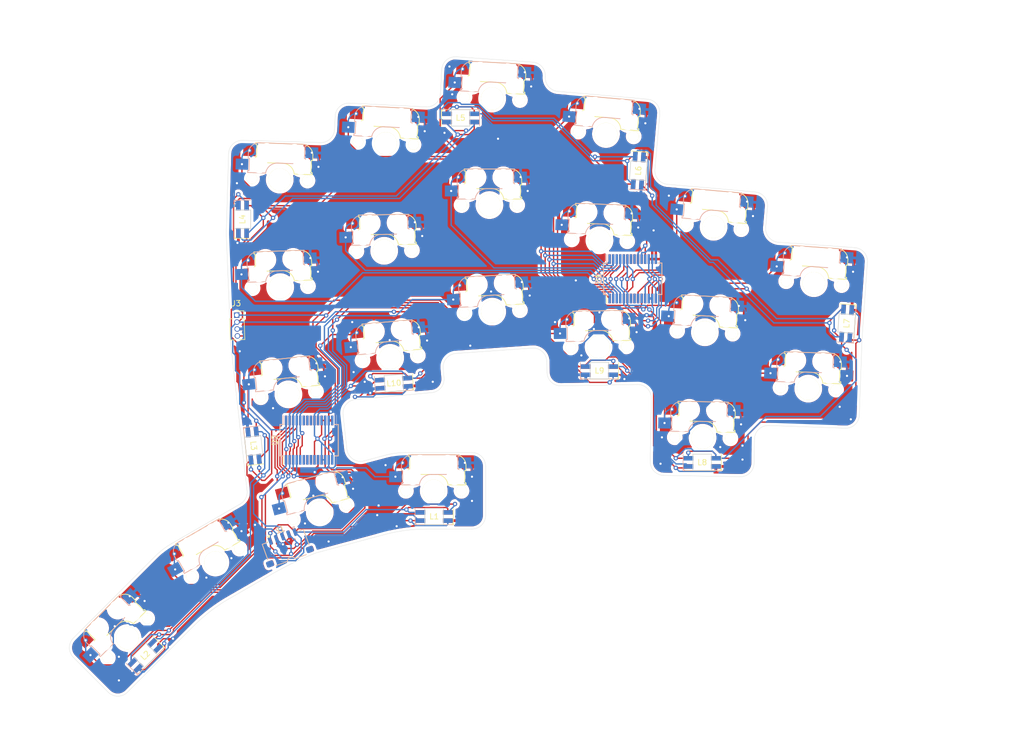
<source format=kicad_pcb>
(kicad_pcb (version 20211014) (generator pcbnew)
  (layers (0 "F.Cu" signal) (31 "B.Cu" signal) (34 "B.Paste" user) (35 "F.Paste" user) (36 "B.SilkS" user "B.Silkscreen") (37 "F.SilkS" user "F.Silkscreen") (38 "B.Mask" user) (39 "F.Mask" user) (44 "Edge.Cuts" user))
  (net 0 "")
  (net 1 "LED_I")
  (net 2 "unconnected-(L10-Pad2)")
  (net 5 "SCL")
  (net 6 "GND")
  (net 7 "VDD")
  (net 8 "SDA")
  (net 18 "Net-(L1-Pad2)")
  (net 19 "Net-(L2-Pad2)")
  (net 20 "Net-(L3-Pad2)")
  (net 21 "Net-(L4-Pad2)")
  (net 22 "Net-(L5-Pad2)")
  (net 23 "Net-(L6-Pad2)")
  (net 24 "Net-(L7-Pad2)")
  (net 25 "Net-(L8-Pad2)")
  (net 26 "Net-(L10-Pad4)")
  (net 27 "sw00")
  (net 28 "sw01")
  (net 29 "sw02")
  (net 30 "sw03")
  (net 31 "sw04")
  (net 32 "sw05")
  (net 33 "sw10")
  (net 34 "sw11")
  (net 35 "sw12")
  (net 36 "sw13")
  (net 37 "sw14")
  (net 38 "sw15")
  (net 39 "sw20")
  (net 40 "sw21")
  (net 41 "sw22")
  (net 42 "sw23")
  (net 43 "sw24")
  (net 44 "sw30")
  (net 45 "sw31")
  (net 46 "sw32")
  (net 47 "sw33")
  (footprint "mammoth:JST_ACH_BM05B-ACHSS-A-GAN-ETF_1x05-1MP_P1.20mm_Vertical" (layer "F.Cu") (at 89.39 121.77 20)
    (fp_text reference "J1")
    (fp_text value "Conn_01x05_Female")
  )
  (footprint "mammoth:MX_Hotswap_R_1u" (layer "F.Cu") (at 88.085695 54.462725 -2)
    (fp_text reference "SW1" hide)
    (fp_text value "SW_PUSH" hide)
  )
  (footprint "mammoth:MX_Hotswap_R_1u" (layer "F.Cu") (at 107.48 47.82 -3)
    (fp_text reference "SW2" hide)
    (fp_text value "SW_PUSH" hide)
  )
  (footprint "mammoth:MX_Hotswap_R_1u" (layer "F.Cu") (at 126.95 39.64 -3)
    (fp_text reference "SW3" hide)
    (fp_text value "SW_PUSH" hide)
  )
  (footprint "mammoth:MX_Hotswap_R_1u" (layer "F.Cu") (at 147.76 46.12 -5)
    (fp_text reference "SW4" hide)
    (fp_text value "SW_PUSH" hide)
  )
  (footprint "mammoth:MX_Hotswap_R_1u" (layer "F.Cu") (at 167.44 63.09 -5)
    (fp_text reference "SW5" hide)
    (fp_text value "SW_PUSH" hide)
  )
  (footprint "mammoth:MX_Hotswap_R_1u" (layer "F.Cu") (at 185.78 73.4 -4)
    (fp_text reference "SW6" hide)
    (fp_text value "SW_PUSH" hide)
  )
  (footprint "mammoth:MX_Hotswap_R_1u" (layer "F.Cu") (at 88.18 74.13 2)
    (fp_text reference "SW7" hide)
    (fp_text value "SW_PUSH" hide)
  )
  (footprint "mammoth:MX_Hotswap_R_1u" (layer "F.Cu") (at 107.19 67.48 1)
    (fp_text reference "SW8" hide)
    (fp_text value "SW_PUSH" hide)
  )
  (footprint "mammoth:MX_Hotswap_R_1u" (layer "F.Cu") (at 126.44 59.12)
    (fp_text reference "SW9" hide)
    (fp_text value "SW_PUSH" hide)
  )
  (footprint "mammoth:MX_Hotswap_R_1u" (layer "F.Cu") (at 146.57 65.56 -2)
    (fp_text reference "SW10" hide)
    (fp_text value "SW_PUSH" hide)
  )
  (footprint "mammoth:MX_Hotswap_R_1u" (layer "F.Cu") (at 165.846 82.38 -3)
    (fp_text reference "SW11" hide)
    (fp_text value "SW_PUSH" hide)
  )
  (footprint "mammoth:MX_Hotswap_R_1u" (layer "F.Cu") (at 184.75 92.69 -2)
    (fp_text reference "SW12" hide)
    (fp_text value "SW_PUSH" hide)
  )
  (footprint "mammoth:MX_Hotswap_R_1u" (layer "F.Cu") (at 89.67 93.74 6)
    (fp_text reference "SW13" hide)
    (fp_text value "SW_PUSH" hide)
  )
  (footprint "mammoth:MX_Hotswap_R_1u" (layer "F.Cu") (at 108.29 87.07 5)
    (fp_text reference "SW14" hide)
    (fp_text value "SW_PUSH" hide)
  )
  (footprint "mammoth:MX_Hotswap_R_1u" (layer "F.Cu") (at 126.95 78.61 3)
    (fp_text reference "SW15" hide)
    (fp_text value "SW_PUSH" hide)
  )
  (footprint "mammoth:MX_Hotswap_R_1u" (layer "F.Cu") (at 146.4 85.060001 1)
    (fp_text reference "SW16" hide)
    (fp_text value "SW_PUSH" hide)
  )
  (footprint "mammoth:MX_Hotswap_R_1u" (layer "F.Cu") (at 165.42 101.68 -1)
    (fp_text reference "SW17" hide)
    (fp_text value "SW_PUSH" hide)
  )
  (footprint "mammoth:MX_Hotswap_R_1u" (layer "F.Cu") (at 60.25 138.3 45)
    (fp_text reference "SW18" hide)
    (fp_text value "SW_PUSH" hide)
  )
  (footprint "mammoth:MX_Hotswap_R_1u" (layer "F.Cu") (at 76.32 124.49 30)
    (fp_text reference "SW19" hide)
    (fp_text value "SW_PUSH" hide)
  )
  (footprint "mammoth:MX_Hotswap_R_1u" (layer "F.Cu") (at 95.41 115.31 15)
    (fp_text reference "SW20" hide)
    (fp_text value "SW_PUSH" hide)
  )
  (footprint "mammoth:MX_Hotswap_R_1u" (layer "F.Cu") (at 116.25 111.38)
    (fp_text reference "SW21" hide)
    (fp_text value "SW_PUSH" hide)
  )
  (footprint "Package_SO:SSOP-28_5.3x10.2mm_P0.65mm" (layer "F.Cu") (at 152.643 72.6 90)
    (fp_text reference "U1")
    (fp_text value "MCP23017_SS")
  )
  (footprint "Package_SO:SSOP-28_5.3x10.2mm_P0.65mm" (layer "F.Cu") (at 93.472 102.108 90)
    (fp_text reference "U2")
    (fp_text value "MCP23017_SS")
  )
  (footprint "mammoth:YS-SK6812MINI-E-underglow_R" (layer "F.Cu") (at 121.158 43.18 180)
    (fp_text reference "L5")
    (fp_text value "YS-SK6812MINI" hide)
    (fp_line (start 1.7 1.5) (end -1.7 1.5) (layer "Edge.Cuts") (width 0.12))
    (fp_line (start 1.7 -1.5) (end 1.7 1.5) (layer "Edge.Cuts") (width 0.12))
    (fp_line (start -1.7 -1.5) (end -1.7 1.5) (layer "Edge.Cuts") (width 0.12))
    (fp_line (start -1.7 -1.5) (end 1.7 -1.5) (layer "Edge.Cuts") (width 0.12))
  )
  (footprint "mammoth:YS-SK6812MINI-E-underglow_R" (layer "F.Cu") (at 191.77 80.772 86)
    (fp_text reference "L7")
    (fp_text value "YS-SK6812MINI" hide)
    (fp_line (start -1.7 -1.5) (end 1.7 -1.5) (layer "Edge.Cuts") (width 0.12))
    (fp_line (start 1.7 1.5) (end -1.7 1.5) (layer "Edge.Cuts") (width 0.12))
    (fp_line (start 1.7 -1.5) (end 1.7 1.5) (layer "Edge.Cuts") (width 0.12))
    (fp_line (start -1.7 -1.5) (end -1.7 1.5) (layer "Edge.Cuts") (width 0.12))
  )
  (footprint "mammoth:YS-SK6812MINI-E-underglow_R" (layer "F.Cu") (at 153.67 52.832 86)
    (fp_text reference "L6")
    (fp_text value "YS-SK6812MINI" hide)
    (fp_line (start 1.7 -1.5) (end 1.7 1.5) (layer "Edge.Cuts") (width 0.12))
    (fp_line (start 1.7 1.5) (end -1.7 1.5) (layer "Edge.Cuts") (width 0.12))
    (fp_line (start -1.7 -1.5) (end 1.7 -1.5) (layer "Edge.Cuts") (width 0.12))
    (fp_line (start -1.7 -1.5) (end -1.7 1.5) (layer "Edge.Cuts") (width 0.12))
  )
  (footprint "mammoth:YS-SK6812MINI-E-underglow_R" (layer "F.Cu") (at 108.966 91.694 4)
    (fp_text reference "L10")
    (fp_text value "YS-SK6812MINI" hide)
    (fp_line (start 1.7 -1.5) (end 1.7 1.5) (layer "Edge.Cuts") (width 0.12))
    (fp_line (start -1.7 -1.5) (end 1.7 -1.5) (layer "Edge.Cuts") (width 0.12))
    (fp_line (start 1.7 1.5) (end -1.7 1.5) (layer "Edge.Cuts") (width 0.12))
    (fp_line (start -1.7 -1.5) (end -1.7 1.5) (layer "Edge.Cuts") (width 0.12))
  )
  (footprint "mammoth:YS-SK6812MINI-E-underglow_R" (layer "F.Cu") (at 83.312 103.124 -84)
    (fp_text reference "L3")
    (fp_text value "YS-SK6812MINI" hide)
    (fp_line (start -1.7 -1.5) (end -1.7 1.5) (layer "Edge.Cuts") (width 0.12))
    (fp_line (start 1.7 1.5) (end -1.7 1.5) (layer "Edge.Cuts") (width 0.12))
    (fp_line (start 1.7 -1.5) (end 1.7 1.5) (layer "Edge.Cuts") (width 0.12))
    (fp_line (start -1.7 -1.5) (end 1.7 -1.5) (layer "Edge.Cuts") (width 0.12))
  )
  (footprint "mammoth:YS-SK6812MINI-E-underglow_R" (layer "F.Cu") (at 116.332 116.078)
    (fp_text reference "L1")
    (fp_text value "YS-SK6812MINI" hide)
    (fp_line (start -1.7 -1.5) (end 1.7 -1.5) (layer "Edge.Cuts") (width 0.12))
    (fp_line (start 1.7 1.5) (end -1.7 1.5) (layer "Edge.Cuts") (width 0.12))
    (fp_line (start 1.7 -1.5) (end 1.7 1.5) (layer "Edge.Cuts") (width 0.12))
    (fp_line (start -1.7 -1.5) (end -1.7 1.5) (layer "Edge.Cuts") (width 0.12))
  )
  (footprint "mammoth:YS-SK6812MINI-E-underglow_R" (layer "F.Cu") (at 146.558 89.408)
    (fp_text reference "L9")
    (fp_text value "YS-SK6812MINI" hide)
    (fp_line (start 1.7 -1.5) (end 1.7 1.5) (layer "Edge.Cuts") (width 0.12))
    (fp_line (start -1.7 -1.5) (end -1.7 1.5) (layer "Edge.Cuts") (width 0.12))
    (fp_line (start -1.7 -1.5) (end 1.7 -1.5) (layer "Edge.Cuts") (width 0.12))
    (fp_line (start 1.7 1.5) (end -1.7 1.5) (layer "Edge.Cuts") (width 0.12))
  )
  (footprint "mammoth:YS-SK6812MINI-E-underglow_R" (layer "F.Cu") (at 81.28 61.722 -90)
    (fp_text reference "L4")
    (fp_text value "YS-SK6812MINI" hide)
    (fp_line (start -1.7 -1.5) (end 1.7 -1.5) (layer "Edge.Cuts") (width 0.12))
    (fp_line (start 1.7 1.5) (end -1.7 1.5) (layer "Edge.Cuts") (width 0.12))
    (fp_line (start -1.7 -1.5) (end -1.7 1.5) (layer "Edge.Cuts") (width 0.12))
    (fp_line (start 1.7 -1.5) (end 1.7 1.5) (layer "Edge.Cuts") (width 0.12))
  )
  (footprint "Connector_PinSocket_1.27mm:PinSocket_1x04_P1.27mm_Vertical" (layer "F.Cu") (at 80.222676 79.248 2)
    (fp_text reference "J3")
    (fp_text value "Conn_01x04_Female")
  )
  (footprint "mammoth:YS-SK6812MINI-E-underglow_R" (layer "F.Cu") (at 165.354 106.172)
    (fp_text reference "L8")
    (fp_text value "YS-SK6812MINI" hide)
    (fp_line (start -1.7 -1.5) (end -1.7 1.5) (layer "Edge.Cuts") (width 0.12))
    (fp_line (start 1.7 1.5) (end -1.7 1.5) (layer "Edge.Cuts") (width 0.12))
    (fp_line (start 1.7 -1.5) (end 1.7 1.5) (layer "Edge.Cuts") (width 0.12))
    (fp_line (start -1.7 -1.5) (end 1.7 -1.5) (layer "Edge.Cuts") (width 0.12))
  )
  (footprint "mammoth:YS-SK6812MINI-E-underglow_R" (layer "F.Cu") (at 63.5 141.478 45)
    (fp_text reference "L2")
    (fp_text value "YS-SK6812MINI" hide)
    (fp_line (start -1.7 -1.5) (end 1.7 -1.5) (layer "Edge.Cuts") (width 0.12))
    (fp_line (start 1.7 -1.5) (end 1.7 1.5) (layer "Edge.Cuts") (width 0.12))
    (fp_line (start 1.7 1.5) (end -1.7 1.5) (layer "Edge.Cuts") (width 0.12))
    (fp_line (start -1.7 -1.5) (end -1.7 1.5) (layer "Edge.Cuts") (width 0.12))
  )
  (footprint "mammoth:JST_ACH_BM05B-ACHSS-A-GAN-ETF_1x05-1MP_P1.20mm_Vertical" (layer "B.Cu") (at 89.358475 121.781607 -160)
    (fp_text reference "J2")
    (fp_text value "Conn_01x05_Female")
  )
  (footprint "Package_SO:SSOP-28_5.3x10.2mm_P0.65mm" (layer "B.Cu") (at 152.654 72.6 -90)
    (fp_text reference "U3")
    (fp_text value "MCP23017_SS")
  )
  (footprint "Package_SO:SSOP-28_5.3x10.2mm_P0.65mm" (layer "B.Cu") (at 93.472 102.108 -90)
    (fp_text reference "U4")
    (fp_text value "MCP23017_SS")
  )
  (gr_line (start 136.967983 89.72407) (end 136.933234 87.73329) (layer "Edge.Cuts") (width 0.05))
  (gr_line (start 82.108074 111.33773) (end 79.196523 85.179594) (layer "Edge.Cuts") (width 0.05))
  (gr_arc (start 98.226855 42.844193) (mid 99.045987 41.114977) (end 100.847941 40.471451) (layer "Edge.Cuts") (width 0.05))
  (gr_arc (start 175.032873 56.719608) (mid 176.730094 57.603125) (end 177.30547 59.427983) (layer "Edge.Cuts") (width 0.05))
  (gr_line (start 195.572726 69.568463) (end 194.625154 83.002707) (layer "Edge.Cuts") (width 0.05))
  (gr_arc (start 158.305455 108.558192) (mid 156.550737 107.795219) (end 155.849467 106.014942) (layer "Edge.Cuts") (width 0.05))
  (gr_line (start 153.507577 91.935751) (end 139.511233 92.180058) (layer "Edge.Cuts") (width 0.05))
  (gr_line (start 99.67945 97.448451) (end 100.381887 103.759323) (layer "Edge.Cuts") (width 0.05))
  (gr_arc (start 65.335091 123.320916) (mid 66.761098 122.070341) (end 68.338139 121.016596) (layer "Edge.Cuts") (width 0.05))
  (gr_line (start 100.847941 40.47145) (end 114.856924 41.168119) (layer "Edge.Cuts") (width 0.05))
  (gr_line (start 191.503465 99.934606) (end 177.512699 99.437572) (layer "Edge.Cuts") (width 0.05))
  (gr_line (start 120.381407 31.997423) (end 134.34943 32.974162) (layer "Edge.Cuts") (width 0.05))
  (gr_line (start 138.945201 38.317471) (end 155.331429 39.75108) (layer "Edge.Cuts") (width 0.05))
  (gr_arc (start 79.196523 85.179594) (mid 79.149322 84.67568) (end 79.119736 84.170426) (layer "Edge.Cuts") (width 0.05))
  (gr_line (start 56.711843 148.207621) (end 50.347882 141.84366) (layer "Edge.Cuts") (width 0.05))
  (gr_line (start 136.671613 35.598914) (end 136.666516 35.696144) (layer "Edge.Cuts") (width 0.05))
  (gr_line (start 50.347882 138.308126) (end 65.335091 123.320916) (layer "Edge.Cuts") (width 0.05))
  (gr_line (start 134.259223 85.283011) (end 120.307009 86.258645) (layer "Edge.Cuts") (width 0.05))
  (gr_arc (start 82.108074 111.33773) (mid 81.854402 112.742431) (end 80.873417 113.77935) (layer "Edge.Cuts") (width 0.05))
  (gr_arc (start 158.98878 55.315932) (mid 157.291558 54.432414) (end 156.716182 52.607556) (layer "Edge.Cuts") (width 0.05))
  (gr_line (start 177.305471 59.427983) (end 176.975281 63.202062) (layer "Edge.Cuts") (width 0.05))
  (gr_line (start 79.119736 84.170426) (end 78.327371 64.872399) (layer "Edge.Cuts") (width 0.05))
  (gr_arc (start 117.47767 38.802044) (mid 116.656402 40.526831) (end 114.856924 41.168119) (layer "Edge.Cuts") (width 0.05))
  (gr_arc (start 194.090648 97.524941) (mid 193.296114 99.265597) (end 191.503465 99.934606) (layer "Edge.Cuts") (width 0.05))
  (gr_line (start 123.248692 118.375433) (end 115.023109 118.375433) (layer "Edge.Cuts") (width 0.05))
  (gr_arc (start 98.103882 45.316995) (mid 97.304038 47.028567) (end 95.535036 47.69179) (layer "Edge.Cuts") (width 0.05))
  (gr_arc (start 117.991504 88.977095) (mid 118.578219 87.131475) (end 120.307009 86.258645) (layer "Edge.Cuts") (width 0.05))
  (gr_arc (start 179.28987 65.913755) (mid 177.564263 65.042997) (end 176.975282 63.202062) (layer "Edge.Cuts") (width 0.05))
  (gr_line (start 155.849467 106.014942) (end 156.050828 94.479001) (layer "Edge.Cuts") (width 0.05))
  (gr_arc (start 118.147795 90.710188) (mid 117.577295 92.536576) (end 115.88244 93.424623) (layer "Edge.Cuts") (width 0.05))
  (gr_arc (start 174.924321 101.892365) (mid 175.703602 100.12204) (end 177.512699 99.437572) (layer "Edge.Cuts") (width 0.05))
  (gr_arc (start 107.129129 119.414695) (mid 111.042061 118.636365) (end 115.02311 118.375433) (layer "Edge.Cuts") (width 0.05))
  (gr_arc (start 193.25482 66.89876) (mid 194.966687 67.753557) (end 195.572727 69.568463) (layer "Edge.Cuts") (width 0.05))
  (gr_arc (start 78.327371 64.872399) (mid 78.315436 64.36642) (end 78.321167 63.860333) (layer "Edge.Cuts") (width 0.05))
  (gr_line (start 107.129129 119.414695) (end 94.731865 122.736531) (layer "Edge.Cuts") (width 0.05))
  (gr_line (start 158.98878 55.315932) (end 175.032873 56.719608) (layer "Edge.Cuts") (width 0.05))
  (gr_arc (start 134.34943 32.974162) (mid 136.047429 33.811523) (end 136.671613 35.598914) (layer "Edge.Cuts") (width 0.05))
  (gr_line (start 179.28987 65.913755) (end 193.25482 66.89876) (layer "Edge.Cuts") (width 0.05))
  (gr_arc (start 155.331429 39.75108) (mid 157.028651 40.634598) (end 157.604027 42.459456) (layer "Edge.Cuts") (width 0.05))
  (gr_line (start 78.321167 63.860333) (end 78.728509 49.709052) (layer "Edge.Cuts") (width 0.05))
  (gr_line (start 117.47767 38.802044) (end 117.710442 34.360493) (layer "Edge.Cuts") (width 0.05))
  (gr_line (start 86.496786 126.698504) (end 78.758572 131.166164) (layer "Edge.Cuts") (width 0.05))
  (gr_arc (start 194.568794 84.065811) (mid 194.592335 83.534013) (end 194.625153 83.002707) (layer "Edge.Cuts") (width 0.05))
  (gr_arc (start 107.420505 104.860652) (mid 109.264582 104.497249) (end 111.140173 104.375432) (layer "Edge.Cuts") (width 0.05))
  (gr_arc (start 134.259223 85.283011) (mid 136.12259 85.933727) (end 136.933234 87.733289) (layer "Edge.Cuts") (width 0.05))
  (gr_line (start 68.33814 121.016596) (end 80.873418 113.77935) (layer "Edge.Cuts") (width 0.05))
  (gr_line (start 172.303323 108.802526) (end 158.305455 108.558192) (layer "Edge.Cuts") (width 0.05))
  (gr_line (start 81.299406 47.282019) (end 95.535035 47.691789) (layer "Edge.Cuts") (width 0.05))
  (gr_arc (start 99.67945 97.448451) (mid 100.228067 95.590202) (end 101.939568 94.681998) (layer "Edge.Cuts") (width 0.05))
  (gr_line (start 115.882439 93.424624) (end 101.939567 94.681999) (layer "Edge.Cuts") (width 0.05))
  (gr_line (start 174.924321 101.892365) (end 174.846573 106.346538) (layer "Edge.Cuts") (width 0.05))
  (gr_arc (start 60.247377 148.207621) (mid 58.47961 148.939854) (end 56.711843 148.207621) (layer "Edge.Cuts") (width 0.05))
  (gr_line (start 103.507865 105.899108) (end 107.420505 104.860652) (layer "Edge.Cuts") (width 0.05))
  (gr_arc (start 78.728509 49.709052) (mid 79.511303 47.963085) (end 81.299406 47.282019) (layer "Edge.Cuts") (width 0.05))
  (gr_line (start 157.604026 42.459456) (end 156.716183 52.607556) (layer "Edge.Cuts") (width 0.05))
  (gr_arc (start 125.748692 115.875433) (mid 125.016459 117.6432) (end 123.248692 118.375433) (layer "Edge.Cuts") (width 0.05))
  (gr_line (start 125.748692 106.875433) (end 125.748692 115.875433) (layer "Edge.Cuts") (width 0.05))
  (gr_line (start 194.568794 84.065811) (end 194.090648 97.524941) (layer "Edge.Cuts") (width 0.05))
  (gr_arc (start 174.846573 106.346538) (mid 174.0836 108.101256) (end 172.303323 108.802526) (layer "Edge.Cuts") (width 0.05))
  (gr_line (start 117.991504 88.977095) (end 118.147795 90.710188) (layer "Edge.Cuts") (width 0.05))
  (gr_line (start 72.441815 136.013182) (end 60.247377 148.207621) (layer "Edge.Cuts") (width 0.05))
  (gr_arc (start 50.347882 141.84366) (mid 49.615649 140.075893) (end 50.347882 138.308126) (layer "Edge.Cuts") (width 0.05))
  (gr_arc (start 138.945201 38.317471) (mid 137.276316 37.467131) (end 136.666516 35.696143) (layer "Edge.Cuts") (width 0.05))
  (gr_line (start 98.103882 45.316995) (end 98.226855 42.844193) (layer "Edge.Cuts") (width 0.05))
  (gr_arc (start 103.507865 105.899108) (mid 101.454402 105.54574) (end 100.381886 103.759322) (layer "Edge.Cuts") (width 0.05))
  (gr_arc (start 117.710442 34.360493) (mid 118.550465 32.618944) (end 120.381406 31.997424) (layer "Edge.Cuts") (width 0.05))
  (gr_arc (start 123.248692 104.375433) (mid 125.016459 105.107666) (end 125.748692 106.875433) (layer "Edge.Cuts") (width 0.05))
  (gr_arc (start 139.511233 92.180058) (mid 137.730956 91.478788) (end 136.967983 89.72407) (layer "Edge.Cuts") (width 0.05))
  (gr_arc (start 86.496786 126.698504) (mid 90.539828 124.562671) (end 94.731865 122.736531) (layer "Edge.Cuts") (width 0.05))
  (gr_arc (start 153.507577 91.935751) (mid 155.318975 92.667603) (end 156.050827 94.479001) (layer "Edge.Cuts") (width 0.05))
  (gr_arc (start 72.441815 136.013182) (mid 75.441348 133.382662) (end 78.758572 131.166164) (layer "Edge.Cuts") (width 0.05))
  (gr_line (start 111.140174 104.375433) (end 123.248692 104.375433) (layer "Edge.Cuts") (width 0.05))
  (segment (start 118.59248 114.42848) (end 118.832 114.668) (width 0.25) (layer "F.Cu") (net 1))
  (segment (start 111.252 114.808) (end 111.63152 114.42848) (width 0.25) (layer "F.Cu") (net 1))
  (segment (start 86.390844 120.547017) (end 86.390844 121.562912) (width 0.25) (layer "F.Cu") (net 1))
  (segment (start 118.832 114.668) (end 118.832 115.328) (width 0.25) (layer "F.Cu") (net 1))
  (segment (start 111.63152 114.42848) (end 118.59248 114.42848) (width 0.25) (layer "F.Cu") (net 1))
  (segment (start 86.390844 121.562912) (end 87.289488 122.461556) (width 0.25) (layer "F.Cu") (net 1))
  (via (at 87.289488 122.461556) (size 0.8) (drill 0.4) (layers "F.Cu" "B.Cu") (net 1))
  (via (at 111.252 114.808) (size 0.8) (drill 0.4) (layers "F.Cu" "B.Cu") (net 1))
  (segment (start 90.678 123.698) (end 92.021458 122.354542) (width 0.25) (layer "B.Cu") (net 1))
  (segment (start 87.289488 122.461556) (end 88.525932 123.698) (width 0.25) (layer "B.Cu") (net 1))
  (segment (start 103.886 114.808) (end 111.252 114.808) (width 0.25) (layer "B.Cu") (net 1))
  (segment (start 99.777073 118.916927) (end 103.886 114.808) (width 0.25) (layer "B.Cu") (net 1))
  (segment (start 92.021458 122.354542) (end 92.021458 120.068542) (width 0.25) (layer "B.Cu") (net 1))
  (segment (start 92.021458 120.068542) (end 90.869843 118.916927) (width 0.25) (layer "B.Cu") (net 1))
  (segment (start 111.252 114.808) (end 111.772 115.328) (width 0.25) (layer "B.Cu") (net 1))
  (segment (start 88.525932 123.698) (end 90.678 123.698) (width 0.25) (layer "B.Cu") (net 1))
  (segment (start 111.772 115.328) (end 113.832 115.328) (width 0.25) (layer "B.Cu") (net 1))
  (segment (start 90.869843 118.916927) (end 99.777073 118.916927) (width 0.25) (layer "B.Cu") (net 1))
  (segment (start 102.6535 94.1965) (end 104.14 92.71) (width 0.25) (layer "F.Cu") (net 2))
  (segment (start 104.14 92.71) (end 105.664 92.71) (width 0.25) (layer "F.Cu") (net 2))
  (segment (start 101.854 94.1965) (end 102.6535 94.1965) (width 0.25) (layer "F.Cu") (net 2))
  (via (at 101.854 94.1965) (size 0.8) (drill 0.4) (layers "F.Cu" "B.Cu") (net 2))
  (segment (start 101.854011 94.196511) (end 101.854 94.1965) (width 0.25) (layer "B.Cu") (net 2))
  (segment (start 111.512227 92.703773) (end 110.49 93.726) (width 0.25) (layer "B.Cu") (net 2))
  (segment (start 105.664 93.726) (end 110.49 93.726) (width 0.25) (layer "B.Cu") (net 2))
  (segment (start 111.512227 92.267782) (end 111.512227 92.703773) (width 0.25) (layer "B.Cu") (net 2))
  (segment (start 105.664 93.726) (end 105.193489 94.196511) (width 0.25) (layer "B.Cu") (net 2))
  (segment (start 105.193489 94.196511) (end 101.854011 94.196511) (width 0.25) (layer "B.Cu") (net 2))
  (segment (start 135.146644 81.25992) (end 139.155023 77.251543) (width 0.25) (layer "F.Cu") (net 5))
  (segment (start 91.521248 118.28544) (end 99.254084 118.28544) (width 0.25) (layer "F.Cu") (net 5))
  (segment (start 96.397 101.985) (end 96.266 101.854) (width 0.25) (layer "F.Cu") (net 5))
  (segment (start 155.568 74.048) (end 156.701503 72.914497) (width 0.25) (layer "F.Cu") (net 5))
  (segment (start 117.280197 76.51248) (end 122.027637 81.25992) (width 0.25) (layer "F.Cu") (net 5))
  (segment (start 94.170141 85.153859) (end 92.071961 83.055679) (width 0.25) (layer "F.Cu") (net 5))
  (segment (start 97.282 107.95) (end 96.397 107.065) (width 0.25) (layer "F.Cu") (net 5))
  (segment (start 96.397 105.708) (end 96.397 101.985) (width 0.25) (layer "F.Cu") (net 5))
  (segment (start 90.901368 118.90532) (end 91.521248 118.28544) (width 0.25) (layer "F.Cu") (net 5))
  (segment (start 89.598048 117.602) (end 90.901368 118.90532) (width 0.25) (layer "F.Cu") (net 5))
  (segment (start 86.359319 119.126681) (end 86.359319 119.080567) (width 0.25) (layer "F.Cu") (net 5))
  (segment (start 156.701503 72.914497) (end 156.701503 72.644) (width 0.25) (layer "F.Cu") (net 5))
  (segment (start 151.765718 77.47) (end 154.555419 80.259701) (width 0.25) (layer "F.Cu") (net 5))
  (segment (start 92.071961 83.055679) (end 80.355643 83.055679) (width 0.25) (layer "F.Cu") (net 5))
  (segment (start 87.837886 117.602) (end 89.598048 117.602) (width 0.25) (layer "F.Cu") (net 5))
  (segment (start 98.246511 89.230229) (end 94.170141 85.153859) (width 0.25) (layer "F.Cu") (net 5))
  (segment (start 103.216027 114.323497) (end 103.216027 110.143973) (width 0.25) (layer "F.Cu") (net 5))
  (segment (start 139.155023 77.251543) (end 147.609543 77.251543) (width 0.25) (layer "F.Cu") (net 5))
  (segment (start 147.609543 77.251543) (end 147.828 77.47) (width 0.25) (layer "F.Cu") (net 5))
  (segment (start 147.828 77.47) (end 151.765718 77.47) (width 0.25) (layer "F.Cu") (net 5))
  (segment (start 94.170141 80.327859) (end 97.98552 76.51248) (width 0.25) (layer "F.Cu") (net 5))
  (segment (start 99.254084 118.28544) (end 103.216027 114.323497) (width 0.25) (layer "F.Cu") (net 5))
  (segment (start 101.022054 107.95) (end 97.282 107.95) (width 0.25) (layer "F.Cu") (net 5))
  (segment (start 96.266 101.845386) (end 98.246511 99.864875) (width 0.25) (layer "F.Cu") (net 5))
  (segment (start 155.568 76.2) (end 155.568 74.048) (width 0.25) (layer "F.Cu") (net 5))
  (segment (start 86.359319 119.080567) (end 87.837886 117.602) (width 0.25) (layer "F.Cu") (net 5))
  (segment (start 154.555419 80.259701) (end 155.452299 80.259701) (width 0.25) (layer "F.Cu") (net 5))
  (segment (start 94.170141 85.153859) (end 94.170141 80.327859) (width 0.25) (layer "F.Cu") (net 5))
  (segment (start 122.027637 81.25992) (end 135.146644 81.25992) (width 0.25) (layer "F.Cu") (net 5))
  (segment (start 98.246511 99.864875) (end 98.246511 89.230229) (width 0.25) (layer "F.Cu") (net 5))
  (segment (start 96.266 101.854) (end 96.266 101.845386) (width 0.25) (layer "F.Cu") (net 5))
  (segment (start 96.397 107.065) (end 96.397 105.708) (width 0.25) (layer "F.Cu") (net 5))
  (segment (start 97.98552 76.51248) (end 117.280197 76.51248) (width 0.25) (layer "F.Cu") (net 5))
  (segment (start 103.216027 110.143973) (end 101.022054 107.95) (width 0.25) (layer "F.Cu") (net 5))
  (via (at 156.701503 72.644) (size 0.8) (drill 0.4) (layers "F.Cu" "B.Cu") (net 5))
  (via (at 86.359319 119.126681) (size 0.8) (drill 0.4) (layers "F.Cu" "B.Cu") (net 5))
  (via (at 96.266 101.854) (size 0.8) (drill 0.4) (layers "F.Cu" "B.Cu") (net 5))
  (via (at 155.452299 80.259701) (size 0.8) (drill 0.4) (layers "F.Cu" "B.Cu") (net 5))
  (segment (start 155.452299 80.259701) (end 156.468299 80.259701) (width 0.25) (layer "B.Cu") (net 5))
  (segment (start 156.701503 72.373503) (end 156.701503 72.644) (width 0.25) (layer "B.Cu") (net 5))
  (segment (start 96.397 101.723) (end 96.266 101.854) (width 0.25) (layer "B.Cu") (net 5))
  (segment (start 86.359319 120.558624) (end 86.359319 119.126681) (width 0.25) (layer "B.Cu") (net 5))
  (segment (start 155.579 69) (end 155.579 71.251) (width 0.25) (layer "B.Cu") (net 5))
  (segment (start 157.03048 77.928134) (end 157.428511 77.530103) (width 0.25) (layer "B.Cu") (net 5))
  (segment (start 157.428511 73.371008) (end 156.701503 72.644) (width 0.25) (layer "B.Cu") (net 5))
  (segment (start 157.428511 77.530103) (end 157.428511 73.371008) (width 0.25) (layer "B.Cu") (net 5))
  (segment (start 156.468299 80.259701) (end 157.03048 79.69752) (width 0.25) (layer "B.Cu") (net 5))
  (segment (start 155.579 71.251) (end 156.701503 72.373503) (width 0.25) (layer "B.Cu") (net 5))
  (segment (start 157.03048 79.69752) (end 157.03048 77.928134) (width 0.25) (layer "B.Cu") (net 5))
  (segment (start 96.397 98.508) (end 96.397 101.723) (width 0.25) (layer "B.Cu") (net 5))
  (segment (start 66.793386 138.43) (end 68.58 138.43) (width 0.25) (layer "F.Cu") (net 6))
  (segment (start 156.218 64) (end 156.464 63.754) (width 0.25) (layer "F.Cu") (net 6))
  (segment (start 80.264 85.852) (end 80.772 85.852) (width 0.25) (layer "F.Cu") (net 6))
  (segment (start 82.102919 108.518919) (end 82.677 109.093) (width 0.25) (layer "F.Cu") (net 6))
  (segment (start 172.72 103.124) (end 172.463961 102.867961) (width 0.25) (layer "F.Cu") (net 6))
  (segment (start 154.432 79.248) (end 155.194 79.248) (width 0.25) (layer "F.Cu") (net 6))
  (segment (start 116.078 91.44) (end 115.250218 92.267782) (width 0.25) (layer "F.Cu") (net 6))
  (segment (start 80.264 87.122) (end 80.264 85.852) (width 0.25) (layer "F.Cu") (net 6))
  (segment (start 156.218 69) (end 156.218 64) (width 0.25) (layer "F.Cu") (net 6))
  (segment (start 153.67 78.230565) (end 153.671435 78.232) (width 0.25) (layer "F.Cu") (net 6))
  (segment (start 65.798097 139.425289) (end 66.793386 138.43) (width 0.25) (layer "F.Cu") (net 6))
  (segment (start 134.075434 40.930566) (end 128.016 46.99) (width 0.25) (layer "F.Cu") (net 6))
  (segment (start 89.773737 119.315744) (end 89.773737 120.067763) (width 0.25) (layer "F.Cu") (net 6))
  (segment (start 94.488 110.959208) (end 94.488 107.389489) (width 0.25) (layer "F.Cu") (net 6))
  (segment (start 172.463961 102.867961) (end 172.463961 99.22256) (width 0.25) (layer "F.Cu") (net 6))
  (segment (start 156.336282 79.502) (end 156.464 79.629718) (width 0.25) (layer "F.Cu") (net 6))
  (segment (start 156.464 82.042) (end 156.147773 82.358227) (width 0.25) (layer "F.Cu") (net 6))
  (segment (start 156.464 79.629718) (end 156.464 82.042) (width 0.25) (layer "F.Cu") (net 6))
  (segment (start 156.147773 82.358227) (end 153.353907 82.358227) (width 0.25) (layer "F.Cu") (net 6))
  (segment (start 155.194 79.248) (end 155.448 79.502) (width 0.25) (layer "F.Cu") (net 6))
  (segment (start 102.320225 113.865034) (end 100.361259 115.824) (width 0.25) (layer "F.Cu") (net 6))
  (segment (start 80.53 64.222) (end 80.53 65.86498) (width 0.25) (layer "F.Cu") (net 6))
  (segment (start 99.352792 115.824) (end 94.488 110.959208) (width 0.25) (layer "F.Cu") (net 6))
  (segment (start 155.568 69) (end 156.218 69) (width 0.25) (layer "F.Cu") (net 6))
  (segment (start 93.697842 64.233842) (end 89.154 59.69) (width 0.25) (layer "F.Cu") (net 6))
  (segment (start 82.82743 105.688701) (end 82.102919 106.413212) (width 0.25) (layer "F.Cu") (net 6))
  (segment (start 81.538299 95.245701) (end 81.538299 92.665801) (width 0.25) (layer "F.Cu") (net 6))
  (segment (start 122.186 116.828) (end 123.25 115.764) (width 0.25) (layer "F.Cu") (net 6))
  (segment (start 95.097 106.780489) (end 95.097 105.708) (width 0.25) (layer "F.Cu") (net 6))
  (segment (start 82.102919 106.413212) (end 82.102919 108.518919) (width 0.25) (layer "F.Cu") (net 6))
  (segment (start 128.016 46.99) (end 119.305576 46.99) (width 0.25) (layer "F.Cu") (net 6))
  (segment (start 83.566 117.602) (end 82.245832 117.602) (width 0.25) (layer "F.Cu") (net 6))
  (segment (start 154.268 76.2) (end 154.268 77.49245) (width 0.25) (layer "F.Cu") (net 6))
  (segment (start 105.918 115.824) (end 105.918 114.3) (width 0.25) (layer "F.Cu") (net 6))
  (segment (start 82.677 109.093) (end 83.566 109.982) (width 0.25) (layer "F.Cu") (net 6))
  (segment (start 154.268 77.49245) (end 153.67 78.09045) (width 0.25) (layer "F.Cu") (net 6))
  (segment (start 123.25 115.764) (end 123.25 108.8) (width 0.25) (layer "F.Cu") (net 6))
  (segment (start 97.047 97.271598) (end 97.419694 96.898904) (width 0.25) (layer "F.Cu") (net 6))
  (segment (start 134.075434 37.429887) (end 134.075434 40.930566) (width 0.25) (layer "F.Cu") (net 6))
  (segment (start 81.538299 92.665801) (end 80.264 91.391502) (width 0.25) (layer "F.Cu") (net 6))
  (segment (start 97.047 98.508) (end 97.697 98.508) (width 0.25) (layer "F.Cu") (net 6))
  (segment (start 101.503728 111.006178) (end 102.320225 111.822675) (width 0.25) (layer "F.Cu") (net 6))
  (segment (start 81.534 97.79) (end 81.534 95.25) (width 0.25) (layer "F.Cu") (net 6))
  (segment (start 153.67 78.230565) (end 153.67 78.486) (width 0.25) (layer "F.Cu") (net 6))
  (segment (start 89.773737 120.067763) (end 88.66905 121.17245) (width 0.25) (layer "F.Cu") (net 6))
  (segment (start 83.566 117.602) (end 83.566 109.982) (width 0.25) (layer "F.Cu") (net 6))
  (segment (start 153.67 78.09045) (end 153.67 78.230565) (width 0.25) (layer "F.Cu") (net 6))
  (segment (start 118.658 39.838) (end 119.634 38.862) (width 0.25) (layer "F.Cu") (net 6))
  (segment (start 100.361259 115.824) (end 99.352792 115.824) (width 0.25) (layer "F.Cu") (net 6))
  (segment (start 105.918 114.3) (end 106.172 114.046) (width 0.25) (layer "F.Cu") (net 6))
  (segment (start 94.488 107.389489) (end 95.097 106.780489) (width 0.25) (layer "F.Cu") (net 6))
  (segment (start 89.154 59.69) (end 85.852 59.69) (width 0.25) (layer "F.Cu") (net 6))
  (segment (start 93.697842 68.814192) (end 93.697842 64.233842) (width 0.25) (layer "F.Cu") (net 6))
  (segment (start 65.798097 140.240563) (end 65.798097 139.425289) (width 0.25) (layer "F.Cu") (net 6))
  (segment (start 81.28 55.118) (end 80.264 55.118) (width 0.25) (layer "F.Cu") (net 6))
  (segment (start 167.854 106.922) (end 171.462 106.922) (width 0.25) (layer "F.Cu") (net 6))
  (segment (start 82.245832 117.602) (end 81.092178 118.755654) (width 0.25) (layer "F.Cu") (net 6))
  (segment (start 104.648 93.472) (end 110.71901 93.472) (width 0.25) (layer "F.Cu") (net 6))
  (segment (start 111.512227 92.678783) (end 111.512227 92.267782) (width 0.25) (layer "F.Cu") (net 6))
  (segment (start 81.534 95.25) (end 81.538299 95.245701) (width 0.25) (layer "F.Cu") (net 6))
  (segment (start 102.320225 111.822675) (end 102.320225 113.865034) (width 0.25) (layer "F.Cu") (net 6))
  (segment (start 115.250218 92.267782) (end 111.512227 92.267782) (width 0.25) (layer "F.Cu") (net 6))
  (segment (start 85.852 59.69) (end 81.28 55.118) (width 0.25) (layer "F.Cu") (net 6))
  (segment (start 171.462 106.922) (end 172.72 105.664) (width 0.25) (layer "F.Cu") (net 6))
  (segment (start 150.347402 90.158) (end 151.125701 90.936299) (width 0.25) (layer "F.Cu") (net 6))
  (segment (start 119.305576 46.99) (end 118.223782 45.908206) (width 0.25) (layer "F.Cu") (net 6))
  (segment (start 156.218 69) (end 156.868 69) (width 0.25) (layer "F.Cu") (net 6))
  (segment (start 80.53 65.86498) (end 80.35498 66.04) (width 0.25) (layer "F.Cu") (net 6))
  (segment (start 80.264 91.391502) (end 80.264 87.122) (width 0.25) (layer "F.Cu") (net 6))
  (segment (start 118.832 116.828) (end 122.186 116.828) (width 0.25) (layer "F.Cu") (net 6))
  (segment (start 155.448 79.502) (end 156.336282 79.502) (width 0.25) (layer "F.Cu") (net 6))
  (segment (start 97.047 98.508) (end 97.047 97.271598) (width 0.25) (layer "F.Cu") (net 6))
  (segment (start 110.71901 93.472) (end 111.512227 92.678783) (width 0.25) (layer "F.Cu") (net 6))
  (segment (start 153.67 78.486) (end 154.432 79.248) (width 0.25) (layer "F.Cu") (net 6))
  (segment (start 118.658 42.43) (end 118.658 39.838) (width 0.25) (layer "F.Cu") (net 6))
  (segment (start 149.058 90.158) (end 150.347402 90.158) (width 0.25) (layer "F.Cu") (net 6))
  (via (at 115.038501 83.889727) (size 0.8) (drill 0.4) (layers "F.Cu" "B.Cu") (net 6))
  (via (at 172.72 103.124) (size 0.8) (drill 0.4) (layers "F.Cu" "B.Cu") (net 6))
  (via (at 60.660122 130.649105) (size 0.8) (drill 0.4) (layers "F.Cu" "B.Cu") (net 6))
  (via (at 157.988 101.6) (size 0.8) (drill 0.4) (layers "F.Cu" "B.Cu") (net 6))
  (via (at 153.655776 63.225868) (size 0.8) (drill 0.4) (layers "F.Cu" "B.Cu") (net 6))
  (via (at 168.656 103.378) (size 0.8) (drill 0.4) (layers "F.Cu" "B.Cu") (net 6))
  (via (at 92.71 117.348) (size 0.8) (drill 0.4) (layers "F.Cu" "B.Cu") (net 6))
  (via (at 116.078 91.44) (size 0.8) (drill 0.4) (layers "F.Cu" "B.Cu") (net 6))
  (via (at 156.464 63.754) (size 0.8) (drill 0.4) (layers "F.Cu" "B.Cu") (net 6))
  (via (at 122.936 84.836) (size 0.8) (drill 0.4) (layers "F.Cu" "B.Cu") (net 6))
  (via (at 80.264 55.118) (size 0.8) (drill 0.4) (layers "F.Cu" "B.Cu") (net 6))
  (via (at 171.208488 96.660259) (size 0.8) (drill 0.4) (layers "F.Cu" "B.Cu") (net 6))
  (via (at 58.674 146.05) (size 0.8) (drill 0.4) (layers "F.Cu" "B.Cu") (net 6))
  (via (at 174.638225 61.129908) (size 0.8) (drill 0.4) (layers "F.Cu" "B.Cu") (net 6))
  (via (at 97.419694 96.898904) (size 0.8) (drill 0.4) (layers "F.Cu" "B.Cu") (net 6))
  (via (at 138.43 80.518) (size 0.8) (drill 0.4) (layers "F.Cu" "B.Cu") (net 6))
  (via (at 58.674 141.732) (size 0.8) (drill 0.4) (layers "F.Cu" "B.Cu") (net 6))
  (via (at 173.564547 58.486271) (size 0.8) (drill 0.4) (layers "F.Cu" "B.Cu") (net 6))
  (via (at 123.25 108.8) (size 0.8) (drill 0.4) (layers "F.Cu" "B.Cu") (net 6))
  (via (at 79.248 123.698) (size 0.8) (drill 0.4) (layers "F.Cu" "B.Cu") (net 6))
  (via (at 153.353907 82.358227) (size 0.8) (drill 0.4) (layers "F.Cu" "B.Cu") (net 6))
  (via (at 94.234 112.268) (size 0.8) (drill 0.4) (layers "F.Cu" "B.Cu") (net 6))
  (via (at 95.085695 71.307275) (size 0.8) (drill 0.4) (layers "F.Cu" "B.Cu") (net 6))
  (via (at 106.172 114.046) (size 0.8) (drill 0.4) (layers "F.Cu" "B.Cu") (net 6))
  (via (at 104.648 93.472) (size 0.8) (drill 0.4) (layers "F.Cu" "B.Cu") (net 6))
  (via (at 108.204 83.82) (size 0.8) (drill 0.4) (layers "F.Cu" "B.Cu") (net 6))
  (via (at 157.734 106.426) (size 0.8) (drill 0.4) (layers "F.Cu" "B.Cu") (net 6))
  (via (at 86.868 96.266) (size 0.8) (drill 0.4) (layers "F.Cu" "B.Cu") (net 6))
  (via (at 93.697842 68.814192) (size 0.8) (drill 0.4) (layers "F.Cu" "B.Cu") (net 6))
  (via (at 126.746 74.93) (size 0.8) (drill 0.4) (layers "F.Cu" "B.Cu") (net 6))
  (via (at 93.960908 49.544771) (size 0.8) (drill 0.4) (layers "F.Cu" "B.Cu") (net 6))
  (via (at 145.542 81.788) (size 0.8) (drill 0.4) (layers "F.Cu" "B.Cu") (net 6))
  (via (at 154.958225 44.159908) (size 0.8) (drill 0.4) (layers "F.Cu" "B.Cu") (net 6))
  (via (at 128.016 46.99) (size 0.8) (drill 0.4) (layers "F.Cu" "B.Cu") (net 6))
  (via (at 159.258 57.404) (size 0.8) (drill 0.4) (layers "F.Cu" "B.Cu") (net 6))
  (via (at 113.440148 43.005332) (size 0.8) (drill 0.4) (layers "F.Cu" "B.Cu") (net 6))
  (via (at 74.676 127.254) (size 0.8) (drill 0.4) (layers "F.Cu" "B.Cu") (net 6))
  (via (at 192.94292 71.31458) (size 0.8) (drill 0.4) (layers "F.Cu" "B.Cu") (net 6))
  (via (at 190.625213 87.772046) (size 0.8) (drill 0.4) (layers "F.Cu" "B.Cu") (net 6))
  (via (at 112.799776 62.261301) (size 0.8) (drill 0.4) (layers "F.Cu" "B.Cu") (net 6))
  (via (at 105.918 115.824) (size 0.8) (drill 0.4) (layers "F.Cu" "B.Cu") (net 6))
  (via (at 101.6 89.662) (size 0.8) (drill 0.4) (layers "F.Cu" "B.Cu") (net 6))
  (via (at 103.632 91.44) (size 0.8) (drill 0.4) (layers "F.Cu" "B.Cu") (net 6))
  (via (at 101.346 80.518) (size 0.8) (drill 0.4) (layers "F.Cu" "B.Cu") (net 6))
  (via (at 192.532 98.298) (size 0.8) (drill 0.4) (layers "F.Cu" "B.Cu") (net 6))
  (via (at 132.14 54) (size 0.8) (drill 0.4) (layers "F.Cu" "B.Cu") (net 6))
  (via (at 142.24 72.898) (size 0.8) (drill 0.4) (layers "F.Cu" "B.Cu") (net 6))
  (via (at 63.375412 131.525917) (size 0.8) (drill 0.4) (layers "F.Cu" "B.Cu") (net 6))
  (via (at 109.474 117.856) (size 0.8) (drill 0.4) (layers "F.Cu" "B.Cu") (net 6))
  (via (at 172.463961 99.22256) (size 0.8) (drill 0.4) (layers "F.Cu" "B.Cu") (net 6))
  (via (at 68.58 138.43) (size 0.8) (drill 0.4) (layers "F.Cu" "B.Cu") (net 6))
  (via (at 173.225434 80.169887) (size 0.8) (drill 0.4) (layers "F.Cu" "B.Cu") (net 6))
  (via (at 118.223782 45.908206) (size 0.8) (drill 0.4) (layers "F.Cu" "B.Cu") (net 6))
  (via (at 123.25 113.224) (size 0.8) (drill 0.4) (layers "F.Cu" "B.Cu") (net 6))
  (via (at 133.44 56.54) (size 0.8) (drill 0.4) (layers "F.Cu" "B.Cu") (net 6))
  (via (at 107.442 106.68) (size 0.8) (drill 0.4) (layers "F.Cu" "B.Cu") (net 6))
  (via (at 99.590624 108.889191) (size 0.8) (drill 0.4) (layers "F.Cu" "B.Cu") (net 6))
  (via (at 97.028 120.65) (size 0.8) (drill 0.4) (layers "F.Cu" "B.Cu") (net 6))
  (via (at 81.534 97.79) (size 0.8) (drill 0.4) (layers "F.Cu" "B.Cu") (net 6))
  (via (at 94.803589 88.052236) (size 0.8) (drill 0.4) (layers "F.Cu" "B.Cu") (net 6))
  (via (at 80.772 85.852) (size 0.8) (drill 0.4) (layers "F.Cu" "B.Cu") (net 6))
  (via (at 153.884547 41.516271) (size 0.8) (drill 0.4) (layers "F.Cu" "B.Cu") (net 6))
  (via (at 96.36197 90.442434) (size 0.8) (drill 0.4) (layers "F.Cu" "B.Cu") (net 6))
  (via (at 191.823268 68.690084) (size 0.8) (drill 0.4) (layers "F.Cu" "B.Cu") (net 6))
  (via (at 57.912 136.144) (size 0.8) (drill 0.4) (layers "F.Cu" "B.Cu") (net 6))
  (via (at 119.126 33.782) (size 0.8) (drill 0.4) (layers "F.Cu" "B.Cu") (net 6))
  (via (at 134.075434 37.429887) (size 0.8) (drill 0.4) (layers "F.Cu" "B.Cu") (net 6))
  (via (at 191.835776 90.355868) (size 0.8) (drill 0.4) (layers "F.Cu" "B.Cu") (net 6))
  (via (at 81.092178 118.755654) (size 0.8) (drill 0.4) (layers "F.Cu" "B.Cu") (net 6))
  (via (at 172.060148 77.565332) (size 0.8) (drill 0.4) (layers "F.Cu" "B.Cu") (net 6))
  (via (at 146.558 78.74) (size 0.8) (drill 0.4) (layers "F.Cu" "B.Cu") (net 6))
  (via (at 114.143907 64.778226) (size 0.8) (drill 0.4) (layers "F.Cu" "B.Cu") (net 6))
  (via (at 83.566 117.602) (size 0.8) (drill 0.4) (layers "F.Cu" "B.Cu") (net 6))
  (via (at 94.483701 107.945701) (size 0.8) (drill 0.4) (layers "F.Cu" "B.Cu") (net 6))
  (via (at 114.605434 45.609887) (size 0.8) (drill 0.4) (layers "F.Cu" "B.Cu") (net 6))
  (via (at 113.522072 81.472695) (size 0.8) (drill 0.4) (layers "F.Cu" "B.Cu") (net 6))
  (via (at 80.35498 66.04) (size 0.8) (drill 0.4) (layers "F.Cu" "B.Cu") (net 6))
  (via (at 95.171471 52.128593) (size 0.8) (drill 0.4) (layers "F.Cu" "B.Cu") (net 6))
  (via (at 155.194 79.248) (size 0.8) (drill 0.4) (layers "F.Cu" "B.Cu") (net 6))
  (via (at 151.125701 90.936299) (size 0.8) (drill 0.4) (layers "F.Cu" "B.Cu") (net 6))
  (via (at 78.696345 117.20595) (size 0.8) (drill 0.4) (layers "F.Cu" "B.Cu") (net 6))
  (via (at 88.66905 121.17245) (size 0.8) (drill 0.4) (layers "F.Cu" "B.Cu") (net 6))
  (via (at 81.538299 95.245701) (size 0.8) (drill 0.4) (layers "F.Cu" "B.Cu") (net 6))
  (via (at 143.256 86.614) (size 0.8) (drill 0.4) (layers "F.Cu" "B.Cu") (net 6))
  (via (at 119.634 38.862) (size 0.8) (drill 0.4) (layers "F.Cu" "B.Cu") (net 6))
  (via (at 172.72 105.664) (size 0.8) (drill 0.4) (layers "F.Cu" "B.Cu") (net 6))
  (via (at 132.910148 34.825332) (size 0.8) (drill 0.4) (layers "F.Cu" "B.Cu") (net 6))
  (via (at 132.374228 73.198702) (size 0.8) (drill 0.4) (layers "F.Cu" "B.Cu") (net 6))
  (via (at 133.80538 75.667184) (size 0.8) (drill 0.4) (layers "F.Cu" "B.Cu") (net 6))
  (via (at 190.5 96.012) (size 0.8) (drill 0.4) (layers "F.Cu" "B.Cu") (net 6))
  (via (at 121.95 106.26) (size 0.8) (drill 0.4) (layers "F.Cu" "B.Cu") (net 6))
  (via (at 152.009776 79.841302) (size 0.8) (drill 0.4) (layers "F.Cu" "B.Cu") (net 6))
  (via (at 101.503728 111.006178) (size 0.8) (drill 0.4) (layers "F.Cu" "B.Cu") (net 6))
  (via (at 152.445213 60.642046) (size 0.8) (drill 0.4) (layers "F.Cu" "B.Cu") (net 6))
  (segment (start 67.687585 139.322415) (end 67.687585 140.084415) (width 0.25) (layer "B.Cu") (net 6))
  (segment (start 58.42 135.636) (end 57.912 136.144) (width 0.25) (layer "B.Cu") (net 6))
  (segment (start 192.343782 83.500218) (end 190.625213 85.218787) (width 0.25) (layer "B.Cu") (net 6))
  (segment (start 101.503728 111.006178) (end 101.503728 110.802295) (width 0.25) (layer "B.Cu") (net 6))
  (segment (start 82.286314 122.945686) (end 82.286314 119.94979) (width 0.25) (layer "B.Cu") (net 6))
  (segment (start 94.479402 107.95) (end 94.483701 107.945701) (width 0.25) (layer "B.Cu") (net 6))
  (segment (start 92.470978 122.667022) (end 92.470978 121.666) (width 0.25) (layer "B.Cu") (net 6))
  (segment (start 98.246511 95.809489) (end 98.246511 106.857771) (width 0.25) (layer "B.Cu") (net 6))
  (segment (start 98.246511 106.857771) (end 97.916282 107.188) (width 0.25) (layer "B.Cu") (net 6))
  (segment (start 143.256 86.614) (end 143.256 84.775209) (width 0.25) (layer "B.Cu") (net 6))
  (segment (start 60.706 135.89) (end 60.452 135.636) (width 0.25) (layer "B.Cu") (net 6))
  (segment (start 57.912 136.144) (end 57.658 136.398) (width 0.25) (layer "B.Cu") (net 6))
  (segment (start 87.950838 124.14752) (end 90.99048 124.14752) (width 0.25) (layer "B.Cu") (net 6))
  (segment (start 97.028 97.028) (end 95.477978 97.028) (width 0.25) (layer "B.Cu") (net 6))
  (segment (start 95.097 97.408978) (end 95.097 98.508) (width 0.25) (layer "B.Cu") (net 6))
  (segment (start 134.075434 37.429887) (end 134.075434 35.990618) (width 0.25) (layer "B.Cu") (net 6))
  (segment (start 82.304787 100.716092) (end 82.304787 98.560787) (width 0.25) (layer "B.Cu") (net 6))
  (segment (start 97.409 96.647) (end 97.419694 96.657694) (width 0.25) (layer "B.Cu") (net 6))
  (segment (start 156.464 66.294) (end 156.464 63.754) (width 0.25) (layer "B.Cu") (net 6))
  (segment (start 169.036229 94.488) (end 171.208488 96.660259) (width 0.25) (layer "B.Cu") (net 6))
  (segment (start 94.234 107.95) (end 94.479402 107.95) (width 0.25) (layer "B.Cu") (net 6))
  (segment (start 68.58 138.43) (end 67.687585 139.322415) (width 0.25) (layer "B.Cu") (net 6))
  (segment (start 88.5112 121.17245) (end 87.48695 120.1482) (width 0.25) (layer "B.Cu") (net 6))
  (segment (start 128.016 45.406228) (end 125.039772 42.43) (width 0.25) (layer "B.Cu") (net 6))
  (segment (start 97.047 106.833) (end 96.692 107.188) (width 0.25) (layer "B.Cu") (net 6))
  (segment (start 66.848083 131.525917) (end 66.848083 134.319917) (width 0.25) (layer "B.Cu") (net 6))
  (segment (start 82.304787 98.560787) (end 81.534 97.79) (width 0.25) (layer "B.Cu") (net 6))
  (segment (start 105.503436 92.616564) (end 104.648 93.472) (width 0.25) (layer "B.Cu") (net 6))
  (segment (start 94.996 107.188) (end 97.916282 107.188) (width 0.25) (layer "B.Cu") (net 6))
  (segment (start 114.143907 64.778226) (end 114.143907 63.605432) (width 0.25) (layer "B.Cu") (net 6))
  (segment (start 97.409 96.647) (end 97.028 97.028) (width 0.25) (layer "B.Cu") (net 6))
  (segment (start 66.848083 131.525917) (end 63.375412 131.525917) (width 0.25) (layer "B.Cu") (net 6))
  (segment (start 173.225434 80.169887) (end 173.225434 78.730618) (width 0.25) (layer "B.Cu") (net 6))
  (segment (start 106.413479 113.804521) (end 106.172 114.046) (width 0.25) (layer "B.Cu") (net 6))
  (segment (start 86.621252 118.364) (end 83.82 118.364) (width 0.25) (layer "B.Cu") (net 6))
  (segment (start 80.35498 66.04) (end 90.92365 66.04) (width 0.25) (layer "B.Cu") (net 6))
  (segment (start 61.268792 135.89) (end 60.706 135.89) (width 0.25) (layer "B.Cu") (net 6))
  (segment (start 61.522792 136.144) (end 61.268792 135.89) (width 0.25) (layer "B.Cu") (net 6))
  (segment (start 154.958225 44.159908) (end 154.958225 42.589949) (width 0.25) (layer "B.Cu") (net 6))
  (segment (start 103.505718 115.824) (end 105.918 115.824) (width 0.25) (layer "B.Cu") (net 6))
  (segment (start 133.80538 75.667184) (end 133.80538 74.629854) (width 0.25) (layer "B.Cu") (net 6))
  (segment (start 159.512 105.418614) (end 159.512 104.394) (width 0.25) (layer "B.Cu") (net 6))
  (segment (start 153.353907 82.358227) (end 153.353907 81.185433) (width 0.25) (layer "B.Cu") (net 6))
  (segment (start 156.229 76.2) (end 156.229 77.734386) (width 0.25) (layer "B.Cu") (net 6))
  (segment (start 90.92365 66.04) (end 93.697842 68.814192) (width 0.25) (layer "B.Cu") (net 6))
  (segment (start 142.113 87.757) (end 143.256 86.614) (width 0.25) (layer "B.Cu") (net 6))
  (segment (start 60.452 135.636) (end 58.42 135.636) (width 0.25) (layer "B.Cu") (net 6))
  (segment (start 94.756978 119.38) (end 99.949718 119.38) (width 0.25) (layer "B.Cu") (net 6))
  (segment (start 90.99048 124.14752) (end 92.470978 122.667022) (width 0.25) (layer "B.Cu") (net 6))
  (segment (start 97.409 96.647) (end 100.584 93.472) (width 0.25) (layer "B.Cu") (net 6))
  (segment (start 156.229 77.734386) (end 156.426511 77.931897) (width 0.25) (layer "B.Cu") (net 6))
  (segment (start 57.658 136.398) (end 57.658 140.716) (width 0.25) (layer "B.Cu") (net 6))
  (segment (start 112.522 115.824) (end 113.526 116.828) (width 0.25) (layer "B.Cu") (net 6))
  (segment (start 66.848083 134.319917) (end 65.024 136.144) (width 0.25) (layer "B.Cu") (net 6))
  (segment (start 115.038501 90.400501) (end 116.078 91.44) (width 0.25) (layer "B.Cu") (net 6))
  (segment (start 167.5544 94.488) (end 169.036229 94.488) (width 0.25) (layer "B.Cu") (net 6))
  (segment (start 145.395729 82.63548) (end 147.40548 82.63548) (width 0.25) (layer "B.Cu") (net 6))
  (segment (start 147.40548 82.63548) (end 148.824521 84.054521) (width 0.25) (layer "B.Cu") (net 6))
  (segment (start 94.996 107.188) (end 94.234 107.95) (width 0.25) (layer "B.Cu") (net 6))
  (segment (start 106.172 114.046) (end 103.132178 111.006178) (width 0.25) (layer "B.Cu") (net 6))
  (segment (start 88.66905 121.17245) (end 88.5112 121.17245) (width 0.25) (layer "B.Cu") (net 6))
  (segment (start 63.012466 144.526) (end 62.262563 143.776097) (width 0.25) (layer "B.Cu") (net 6))
  (segment (start 191.835776 90.355868) (end 191.835776 88.982609) (width 0.25) (layer "B.Cu") (net 6))
  (segment (start 80.772 85.852) (end 82.804 83.82) (width 0.25) (layer "B.Cu") (net 6))
  (segment (start 87.48695 119.229698) (end 86.621252 118.364) (width 0.25) (layer "B.Cu") (net 6))
  (segment (start 162.995479 100.402521) (end 165.608 97.79) (width 0.25) (layer "B.Cu") (net 6))
  (segment (start 67.687585 140.084415) (end 63.246 144.526) (width 0.25) (layer "B.Cu") (net 6))
  (segment (start 123.25 108.8) (end 123.25 107.56) (width 0.25) (layer "B.Cu") (net 6))
  (segment (start 156.464 63.754) (end 155.935868 63.225868) (width 0.25) (layer "B.Cu") (net 6))
  (segment (start 95.171471 52.128593) (end 95.171471 50.755334) (width 0.25) (layer "B.Cu") (net 6))
  (segment (start 118.223782 45.908206) (end 115.320908 43.005332) (width 0.25) (layer "B.Cu") (net 6))
  (segment (start 154.279 69) (end 154.279 67.875) (width 0.25) (layer "B.Cu") (net 6))
  (segment (start 92.470978 121.666) (end 94.756978 119.38) (width 0.25) (layer "B.Cu") (net 6))
  (segment (start 113.440148 43.005332) (end 115.490668 43.005332) (width 0.25) (layer "B.Cu") (net 6))
  (segment (start 190.625213 85.218787) (end 190.625213 87.772046) (width 0.25) (layer "B.Cu") (net 6))
  (segment (start 142.113 89.789) (end 142.113 87.757) (width 0.25) (layer "B.Cu") (net 6))
  (segment (start 82.804 83.82) (end 82.804 82.804) (width 0.25) (layer "B.Cu") (net 6))
  (segment (start 148.824521 84.054521) (end 148.824521 84.308521) (width 0.25) (layer "B.Cu") (net 6))
  (segment (start 65.024 136.144) (end 61.522792 136.144) (width 0.25) (layer "B.Cu") (net 6))
  (segment (start 153.655776 63.225868) (end 153.655776 61.852609) (width 0.25) (layer "B.Cu") (net 6))
  (segment (start 83.566 117.602) (end 83.566 119.762682) (width 0.25) (layer "B.Cu") (net 6))
  (segment (start 83.312 117.856) (end 83.566 117.602) (width 0.25) (layer "B.Cu") (net 6))
  (segment (start 79.793489 58.485489) (end 79.793489 55.588511) (width 0.25) (layer "B.Cu") (net 6))
  (segment (start 79.793489 55.588511) (end 80.264 55.118) (width 0.25) (layer "B.Cu") (net 6))
  (segment (start 117.335479 113.804521) (end 106.413479 113.804521) (width 0.25) (layer "B.Cu") (net 6))
  (segment (start 154.957511 67.800489) (end 156.464 66.294) (width 0.25) (layer "B.Cu") (net 6))
  (segment (start 63.246 144.526) (end 63.012466 144.526) (width 0.25) (layer "B.Cu") (net 6))
  (segment (start 154.279 67.875) (end 154.353511 67.800489) (width 0.25) (layer "B.Cu") (net 6))
  (segment (start 97.419694 96.657694) (end 97.419694 96.898904) (width 0.25) (layer "B.Cu") (net 6))
  (segment (start 103.132178 111.006178) (end 101.503728 111.006178) (width 0.25) (layer "B.Cu") (net 6))
  (segment (start 123.25 113.224) (end 120.844 113.224) (width 0.25) (layer "B.Cu") (net 6))
  (segment (start 172.72 105.664) (end 172.72 103.124) (width 0.25) (layer "B.Cu") (net 6))
  (segment (start 152.36681 89.703804) (end 151.134315 90.936299) (width 0.25) (layer "B.Cu") (net 6))
  (segment (start 154.353511 67.800489) (end 154.957511 67.800489) (width 0.25) (layer "B.Cu") (net 6))
  (segment (start 87.48695 120.1482) (end 87.48695 119.229698) (width 0.25) (layer "B.Cu") (net 6))
  (segment (start 155.935868 63.225868) (end 153.655776 63.225868) (width 0.25) (layer "B.Cu") (net 6))
  (segment (start 156.426511 78.777489) (end 155.956 79.248) (width 0.25) (layer "B.Cu") (net 6))
  (segment (start 83.566 119.762682) (end 87.950838 124.14752) (width 0.25) (layer "B.Cu") (net 6))
  (segment (start 62.4986 130.649105) (end 60.660122 130.649105) (width 0.25) (layer "B.Cu") (net 6))
  (segment (start 115.038501 83.889727) (end 115.038501 82.989124) (width 0.25) (layer "B.Cu") (net 6))
  (segment (start 115.038501 83.889727) (end 115.038501 90.400501) (width 0.25) (layer "B.Cu") (net 6))
  (segment (start 83.82 118.364) (end 83.312 117.856) (width 0.25) (layer "B.Cu") (net 6))
  (segment (start 118.618 112.522) (end 117.335479 113.804521) (width 0.25) (layer "B.Cu") (net 6))
  (segment (start 80.53 59.222) (end 79.793489 58.485489) (width 0.25) (layer "B.Cu") (net 6))
  (segment (start 160.556875 106.463489) (end 159.512 105.418614) (width 0.25) (layer "B.Cu") (net 6))
  (segment (start 66.848083 131.525917) (end 73.706083 131.525917) (width 0.25) (layer "B.Cu") (net 6))
  (segment (start 118.618 112.522) (end 120.142 112.522) (width 0.25) (layer "B.Cu") (net 6))
  (segment (start 114.605434 45.609887) (end 114.605434 44.170618) (width 0.25) (layer "B.Cu") (net 6))
  (segment (start 162.395489 106.463489) (end 160.556875 106.463489) (width 0.25) (layer "B.Cu") (net 6))
  (segment (start 155.956 79.248) (end 155.194 79.248) (width 0.25) (layer "B.Cu") (net 6))
  (segment (start 95.085695 71.307275) (end 95.085695 70.202045) (width 0.25) (layer "B.Cu") (net 6))
  (segment (start 165.608 96.4344) (end 167.5544 94.488) (width 0.25) (layer "B.Cu") (net 6))
  (segment (start 162.995479 100.910521) (end 162.995479 100.402521) (width 0.25) (layer "B.Cu") (net 6))
  (segment (start 172.463961 99.22256) (end 172.463961 97.915732) (width 0.25) (layer "B.Cu") (net 6))
  (segment (start 174.638225 61.129908) (end 174.638225 59.559949) (width 0.25) (layer "B.Cu") (net 6))
  (segment (start 119.634 38.862) (end 115.490668 43.005332) (width 0.25) (layer "B.Cu") (net 6))
  (segment (start 159.512 104.394) (end 162.995479 100.910521) (width 0.25) (layer "B.Cu") (net 6))
  (segment (start 82.804 82.804) (end 81.786453 81.786453) (width 0.25) (layer "B.Cu") (net 6))
  (segment (start 148.824521 84.308521) (end 152.36681 87.85081) (width 0.25) (layer "B.Cu") (net 6))
  (segment (start 120.844 113.224) (end 120.142 112.522) (width 0.25) (layer "B.Cu") (net 6))
  (segment (start 82.286314 119.94979) (end 81.092178 118.755654) (width 0.25) (layer "B.Cu") (net 6))
  (segment (start 104.648 93.472) (end 100.584 93.472) (width 0.25) (layer "B.Cu") (net 6))
  (segment (start 151.134315 90.936299) (end 151.125701 90.936299) (width 0.25) (layer "B.Cu") (net 6))
  (segment (start 165.608 97.79) (end 165.608 96.4344) (width 0.25) (layer "B.Cu") (net 6))
  (segment (start 143.256 84.775209) (end 145.395729 82.63548) (width 0.25) (layer "B.Cu") (net 6))
  (segment (start 192.94292 71.31458) (end 192.94292 69.809736) (width 0.25) (layer "B.Cu") (net 6))
  (segment (start 133.44 56.54) (end 133.44 55.3) (width 0.25) (layer "B.Cu") (net 6))
  (segment (start 106.524407 92.616564) (end 105.503436 92.616564) (width 0.25) (layer "B.Cu") (net 6))
  (segment (start 142.482 90.158) (end 142.113 89.789) (width 0.25) (layer "B.Cu") (net 6))
  (segment (start 97.047 105.708) (end 97.047 106.833) (width 0.25) (layer "B.Cu") (net 6))
  (segment (start 81.786453 81.786453) (end 80.311321 81.786453) (width 0.25) (layer "B.Cu") (net 6))
  (segment (start 152.36681 87.85081) (end 152.36681 89.703804) (width 0.25) (layer "B.Cu") (net 6))
  (segment (start 57.658 140.716) (end 58.674 141.732) (width 0.25) (layer "B.Cu") (net 6))
  (segment (start 162.854 106.922) (end 162.395489 106.463489) (width 0.25) (layer "B.Cu") (net 6))
  (segment (start 73.706083 131.525917) (end 82.286314 122.945686) (width 0.25) (layer "B.Cu") (net 6))
  (segment (start 58.674 141.732) (end 58.674 146.05) (width 0.25) (layer "B.Cu") (net 6))
  (segment (start 144.058 90.158) (end 142.482 90.158) (width 0.25) (layer "B.Cu") (net 6))
  (segment (start 99.949718 119.38) (end 103.505718 115.824) (width 0.25) (layer "B.Cu") (net 6))
  (segment (start 128.016 46.99) (end 128.016 45.406228) (width 0.25) (layer "B.Cu") (net 6))
  (segment (start 125.039772 42.43) (end 123.658 42.43) (width 0.25) (layer "B.Cu") (net 6))
  (segment (start 96.36197 90.442434) (end 96.36197 89.610617) (width 0.25) (layer "B.Cu") (net 6))
  (segment (start 95.477978 97.028) (end 95.097 97.408978) (width 0.25) (layer "B.Cu") (net 6))
  (segment (start 156.426511 77.931897) (end 156.426511 78.777489) (width 0.25) (layer "B.Cu") (net 6))
  (segment (start 156.229 76.2) (end 155.579 76.2) (width 0.25) (layer "B.Cu") (net 6))
  (segment (start 105.918 115.824) (end 112.522 115.824) (width 0.25) (layer "B.Cu") (net 6))
  (arc (start 95.171471 50.755334) (mid 94.816905 49.899337) (end 93.960908 49.544771) (width 0.25) (layer "B.Cu") (net 6))
  (arc (start 192.94292 69.809736) (mid 192.614982 69.018022) (end 191.823268 68.690084) (width 0.25) (layer "B.Cu") (net 6))
  (arc (start 133.44 55.3) (mid 133.059239 54.380761) (end 132.14 54) (width 0.25) (layer "B.Cu") (net 6))
  (arc (start 101.503728 110.802295) (mid 100.943393 109.449526) (end 99.590624 108.889191) (width 0.25) (layer "B.Cu") (net 6))
  (arc (start 95.085695 70.202045) (mid 94.679202 69.220685) (end 93.697842 68.814192) (width 0.25) (layer "B.Cu") (net 6))
  (arc (start 191.835776 88.982609) (mid 191.48121 88.126612) (end 190.625213 87.772046) (width 0.25) (layer "B.Cu") (net 6))
  (arc (start 173.225434 78.730618) (mid 172.88413 77.906636) (end 172.060148 77.565332) (width 0.25) (layer "B.Cu") (net 6))
  (arc (start 123.25 107.56) (mid 122.869239 106.640761) (end 121.95 106.26) (width 0.25) (layer "B.Cu") (net 6))
  (arc (start 134.075434 35.990618) (mid 133.73413 35.166636) (end 132.910148 34.825332) (width 0.25) (layer "B.Cu") (net 6))
  (arc (start 114.605434 44.170618) (mid 114.26413 43.346636) (end 113.440148 43.005332) (width 0.25) (layer "B.Cu") (net 6))
  (arc (start 133.80538 74.629854) (mid 133.386205 73.617877) (end 132.374228 73.198702) (width 0.25) (layer "B.Cu") (net 6))
  (arc (start 63.375412 131.525917) (mid 63.1186 130.905917) (end 62.4986 130.649105) (width 0.25) (layer "B.Cu") (net 6))
  (arc (start 81.092178 118.755654) (mid 80.63828 117.659848) (end 79.542474 117.20595) (width 0.25) (layer "B.Cu") (net 6))
  (arc (start 154.958225 42.589949) (mid 154.643752 41.830744) (end 153.884547 41.516271) (width 0.25) (layer "B.Cu") (net 6))
  (arc (start 153.655776 61.852609) (mid 153.30121 60.996612) (end 152.445213 60.642046) (width 0.25) (layer "B.Cu") (net 6))
  (arc (start 114.143907 63.605432) (mid 113.75022 62.654988) (end 112.799776 62.261301) (width 0.25) (layer "B.Cu") (net 6))
  (arc (start 115.038501 82.989124) (mid 114.594349 81.916847) (end 113.522072 81.472695) (width 0.25) (layer "B.Cu") (net 6))
  (arc (start 96.36197 89.610617) (mid 95.905531 88.508675) (end 94.803589 88.052236) (width 0.25) (layer "B.Cu") (net 6))
  (arc (start 153.353907 81.185433) (mid 152.96022 80.234989) (end 152.009776 79.841302) (width 0.25) (layer "B.Cu") (net 6))
  (arc (start 172.463961 97.915732) (mid 172.096241 97.027979) (end 171.208488 96.660259) (width 0.25) (layer "B.Cu") (net 6))
  (arc (start 174.638225 59.559949) (mid 174.323752 58.800744) (end 173.564547 58.486271) (width 0.25) (layer "B.Cu") (net 6))
  (segment (start 80.08 77.54) (end 81.28 78.74) (width 0.25) (layer "F.Cu") (net 7))
  (segment (start 151.642299 89.403701) (end 152.975078 90.73648) (width 0.25) (layer "F.Cu") (net 7))
  (segment (start 83.816056 123.195378) (end 83.816056 123.186056) (width 0.25) (layer "F.Cu") (net 7))
  (segment (start 144.925478 87.484522) (end 147.682522 87.484522) (width 0.25) (layer "F.Cu") (net 7))
  (segment (start 189.484 82.353186) (end 190.344407 83.213593) (width 0.25) (layer "F.Cu") (net 7))
  (segment (start 107.38352 117.651866) (end 109.469693 115.565693) (width 0.25) (layer "F.Cu") (net 7))
  (segment (start 152.975078 90.73648) (end 155.380198 90.73648) (width 0.25) (layer "F.Cu") (net 7))
  (segment (start 89.890721 123.186056) (end 90.165701 122.911076) (width 0.25) (layer "F.Cu") (net 7))
  (segment (start 99.62648 119.18448) (end 100.89648 117.91448) (width 0.25) (layer "F.Cu") (net 7))
  (segment (start 83.79657 100.559299) (end 83.79657 98.57543) (width 0.25) (layer "F.Cu") (net 7))
  (segment (start 162.854 105.422) (end 160.54 105.422) (width 0.25) (layer "F.Cu") (net 7))
  (segment (start 88.646106 119.726169) (end 88.646106 118.834606) (width 0.25) (layer "F.Cu") (net 7))
  (segment (start 84.328 107.188) (end 84.328 107.779714) (width 0.25) (layer "F.Cu") (net 7))
  (segment (start 101.092 92.202) (end 104.648 92.202) (width 0.25) (layer "F.Cu") (net 7))
  (segment (start 165.137489 71.919489) (end 167.64 74.422) (width 0.25) (layer "F.Cu") (net 7))
  (segment (start 88.646106 118.834606) (end 88.138 118.3265) (width 0.25) (layer "F.Cu") (net 7))
  (segment (start 80.08 68.002) (end 80.08 77.54) (width 0.25) (layer "F.Cu") (net 7))
  (segment (start 81.28 78.74) (end 81.28 79.756) (width 0.25) (layer "F.Cu") (net 7))
  (segment (start 90.575206 122.911076) (end 94.301802 119.18448) (width 0.25) (layer "F.Cu") (net 7))
  (segment (start 122.682 46.228) (end 123.658 45.252) (width 0.25) (layer "F.Cu") (net 7))
  (segment (start 81.28 79.756) (end 80.518774 80.517226) (width 0.25) (layer "F.Cu") (net 7))
  (segment (start 75.24248 129.48152) (end 77.529914 129.48152) (width 0.25) (layer "F.Cu") (net 7))
  (segment (start 156.4014 71.919489) (end 165.137489 71.919489) (width 0.25) (layer "F.Cu") (net 7))
  (segment (start 190.847436 84.675436) (end 191.77 85.598) (width 0.25) (layer "F.Cu") (net 7))
  (segment (start 155.702 72.644) (end 155.702 72.618889) (width 0.25) (layer "F.Cu") (net 7))
  (segment (start 152.747436 55.273593) (end 150.125129 55.273593) (width 0.25) (layer "F.Cu") (net 7))
  (segment (start 154.94 66.548) (end 155.194 66.294) (width 0.25) (layer "F.Cu") (net 7))
  (segment (start 160.528 105.41) (end 156.972 101.854) (width 0.25) (layer "F.Cu") (net 7))
  (segment (start 142.736 88.658) (end 142.736 88.634) (width 0.25) (layer "F.Cu") (net 7))
  (segment (start 120.65 83.058) (end 137.16 83.058) (width 0.25) (layer "F.Cu") (net 7))
  (segment (start 145.73644 50.884904) (end 145.73644 50.285784) (width 0.25) (layer "F.Cu") (net 7))
  (segment (start 151.642299 88.904299) (end 149.63919 86.90119) (width 0.25) (layer "F.Cu") (net 7))
  (segment (start 145.73644 50.884904) (end 155.194 60.342463) (width 0.25) (layer "F.Cu") (net 7))
  (segment (start 190.847436 83.213593) (end 190.344407 83.213593) (width 0.25) (layer "F.Cu") (net 7))
  (segment (start 65.739224 136.906) (end 60.911989 141.733236) (width 0.25) (layer "F.Cu") (net 7))
  (segment (start 155.702 72.618889) (end 156.4014 71.919489) (width 0.25) (layer "F.Cu") (net 7))
  (segment (start 151.642299 89.403701) (end 151.642299 88.904299) (width 0.25) (layer "F.Cu") (net 7))
  (segment (start 94.996 101.854) (end 94.447 102.403) (width 0.25) (layer "F.Cu") (net 7))
  (segment (start 113.792 89.916) (end 120.713141 82.994859) (width 0.25) (layer "F.Cu") (net 7))
  (segment (start 142.736 88.634) (end 137.16 83.058) (width 0.25) (layer "F.Cu") (net 7))
  (segment (start 85.09 61.468) (end 85.09 62.992) (width 0.25) (layer "F.Cu") (net 7))
  (segment (start 153.618 75.060718) (end 153.618 76.2) (width 0.25) (layer "F.Cu") (net 7))
  (segment (start 155.702 72.976718) (end 153.618 75.060718) (width 0.25) (layer "F.Cu") (net 7))
  (segment (start 67.818 136.906) (end 65.739224 136.906) (width 0.25) (layer "F.Cu") (net 7))
  (segment (start 123.658 45.252) (end 123.658 43.93) (width 0.25) (layer "F.Cu") (net 7))
  (segment (start 108.961701 78.632195) (end 116.604477 78.632195) (width 0.25) (layer "F.Cu") (net 7))
  (segment (start 144.058 88.352) (end 144.925478 87.484522) (width 0.25) (layer "F.Cu") (net 7))
  (segment (start 100.89648 117.91448) (end 107.12952 117.91448) (width 0.25) (layer "F.Cu") (net 7))
  (segment (start 60.911989 142.425523) (end 61.201903 142.715437) (width 0.25) (layer "F.Cu") (net 7))
  (segment (start 84.328 107.779714) (end 85.108527 108.560241) (width 0.25) (layer "F.Cu") (net 7))
  (segment (start 116.604477 78.632195) (end 121.030282 83.058) (width 0.25) (layer "F.Cu") (net 7))
  (segment (start 120.65 46.228) (end 122.682 46.228) (width 0.25) (layer "F.Cu") (net 7))
  (segment (start 144.058 88.658) (end 142.736 88.658) (width 0.25) (layer "F.Cu") (net 7))
  (segment (start 156.972 92.328282) (end 156.972 101.854) (width 0.25) (layer "F.Cu") (net 7))
  (segment (start 144.058 88.658) (end 144.058 88.352) (width 0.25) (layer "F.Cu") (net 7))
  (segment (start 104.648 92.202) (end 105.729782 91.120218) (width 0.25) (layer "F.Cu") (net 7))
  (segment (start 120.713141 82.994859) (end 120.967141 82.994859) (width 0.25) (layer "F.Cu") (net 7))
  (segment (start 147.682522 87.484522) (end 148.265854 86.90119) (width 0.25) (layer "F.Cu") (net 7))
  (segment (start 109.474 115.57) (end 113.59 115.57) (width 0.25) (layer "F.Cu") (net 7))
  (segment (start 95.747 98.508) (end 96.397 98.508) (width 0.25) (layer "F.Cu") (net 7))
  (segment (start 148.265854 86.90119) (end 149.63919 86.90119) (width 0.25) (layer "F.Cu") (net 7))
  (segment (start 189.484 82.042) (end 189.484 82.353186) (width 0.25) (layer "F.Cu") (net 7))
  (segment (start 190.847436 83.213593) (end 190.847436 84.675436) (width 0.25) (layer "F.Cu") (net 7))
  (segment (start 94.996 101.854) (end 95.747 101.103) (width 0.25) (layer "F.Cu") (net 7))
  (segment (start 120.129479 113.804521) (end 120.142 113.792) (width 0.25) (layer "F.Cu") (net 7))
  (segment (start 154.94 66.548) (end 154.94 68.978) (width 0.25) (layer "F.Cu") (net 7))
  (segment (start 109.469693 115.565693) (end 111.230865 113.804521) (width 0.25) (layer "F.Cu") (net 7))
  (segment (start 155.702 72.644) (end 155.702 72.976718) (width 0.25) (layer "F.Cu") (net 7))
  (segment (start 113.59 115.57) (end 113.832 115.328) (width 0.25) (layer "F.Cu") (net 7))
  (segment (start 155.194 66.294) (end 155.194 60.342463) (width 0.25) (layer "F.Cu") (net 7))
  (segment (start 109.469693 115.565693) (end 109.474 115.57) (width 0.25) (layer "F.Cu") (net 7))
  (segment (start 107.38352 117.651866) (end 107.38352 117.66048) (width 0.25) (layer "F.Cu") (net 7))
  (segment (start 167.64 74.422) (end 173.482 74.422) (width 0.25) (layer "F.Cu") (net 7))
  (segment (start 95.747 101.103) (end 95.747 98.508) (width 0.25) (layer "F.Cu") (net 7))
  (segment (start 85.09 62.992) (end 80.08 68.002) (width 0.25) (layer "F.Cu") (net 7))
  (segment (start 85.09 61.468) (end 82.844 59.222) (width 0.25) (layer "F.Cu") (net 7))
  (segment (start 67.818 136.906) (end 75.24248 129.48152) (width 0.25) (layer "F.Cu") (net 7))
  (segment (start 77.529914 129.48152) (end 83.816056 123.195378) (width 0.25) (layer "F.Cu") (net 7))
  (segment (start 107.38352 117.66048) (end 107.12952 117.91448) (width 0.25) (layer "F.Cu") (net 7))
  (segment (start 60.911989 141.733236) (end 60.911989 142.425523) (width 0.25) (layer "F.Cu") (net 7))
  (segment (start 83.816056 123.186056) (end 89.890721 123.186056) (width 0.25) (layer "F.Cu") (net 7))
  (segment (start 111.230865 113.804521) (end 120.129479 113.804521) (width 0.25) (layer "F.Cu") (net 7))
  (segment (start 160.54 105.422) (end 160.528 105.41) (width 0.25) (layer "F.Cu") (net 7))
  (segment (start 90.165701 122.911076) (end 90.575206 122.911076) (width 0.25) (layer "F.Cu") (net 7))
  (segment (start 94.301802 119.18448) (end 99.62648 119.18448) (width 0.25) (layer "F.Cu") (net 7))
  (segment (start 94.447 102.403) (end 94.447 105.708) (width 0.25) (layer "F.Cu") (net 7))
  (segment (start 155.380198 90.73648) (end 156.972 92.328282) (width 0.25) (layer "F.Cu") (net 7))
  (segment (start 82.844 59.222) (end 82.03 59.222) (width 0.25) (layer "F.Cu") (net 7))
  (via (at 120.142 113.792) (size 0.8) (drill 0.4) (layers "F.Cu" "B.Cu") (net 7))
  (via (at 101.092 92.202) (size 0.8) (drill 0.4) (layers "F.Cu" "B.Cu") (net 7))
  (via (at 88.138 118.3265) (size 0.8) (drill 0.4) (layers "F.Cu" "B.Cu") (net 7))
  (via (at 145.73644 50.285784) (size 0.8) (drill 0.4) (layers "F.Cu" "B.Cu") (net 7))
  (via (at 120.65 46.228) (size 0.8) (drill 0.4) (layers "F.Cu" "B.Cu") (net 7))
  (via (at 90.165701 122.911076) (size 0.8) (drill 0.4) (layers "F.Cu" "B.Cu") (net 7))
  (via (at 108.961701 78.632195) (size 0.8) (drill 0.4) (layers "F.Cu" "B.Cu") (net 7))
  (via (at 155.702 72.644) (size 0.8) (drill 0.4) (layers "F.Cu" "B.Cu") (net 7))
  (via (at 84.328 107.188) (size 0.8) (drill 0.4) (layers "F.Cu" "B.Cu") (net 7))
  (via (at 94.996 101.854) (size 0.8) (drill 0.4) (layers "F.Cu" "B.Cu") (net 7))
  (via (at 151.642299 89.403701) (size 0.8) (drill 0.4) (layers "F.Cu" "B.Cu") (net 7))
  (via (at 189.484 82.042) (size 0.8) (drill 0.4) (layers "F.Cu" "B.Cu") (net 7))
  (via (at 113.792 89.916) (size 0.8) (drill 0.4) (layers "F.Cu" "B.Cu") (net 7))
  (via (at 191.77 85.598) (size 0.8) (drill 0.4) (layers "F.Cu" "B.Cu") (net 7))
  (via (at 67.818 136.906) (size 0.8) (drill 0.4) (layers "F.Cu" "B.Cu") (net 7))
  (via (at 85.108527 108.560241) (size 0.8) (drill 0.4) (layers "F.Cu" "B.Cu") (net 7))
  (via (at 85.09 61.468) (size 0.8) (drill 0.4) (layers "F.Cu" "B.Cu") (net 7))
  (via (at 173.482 74.422) (size 0.8) (drill 0.4) (layers "F.Cu" "B.Cu") (net 7))
  (via (at 160.528 105.41) (size 0.8) (drill 0.4) (layers "F.Cu" "B.Cu") (net 7))
  (via (at 154.94 66.548) (size 0.8) (drill 0.4) (layers "F.Cu" "B.Cu") (net 7))
  (via (at 83.79657 98.57543) (size 0.8) (drill 0.4) (layers "F.Cu" "B.Cu") (net 7))
  (segment (start 88.138 118.3265) (end 87.634307 117.822807) (width 0.25) (layer "B.Cu") (net 7))
  (segment (start 112.936564 90.771436) (end 111.407593 90.771436) (width 0.25) (layer "B.Cu") (net 7))
  (segment (start 193.548 87.376) (end 191.77 85.598) (width 0.25) (layer "B.Cu") (net 7))
  (segment (start 138.23448 43.23848) (end 145.281784 50.285784) (width 0.25) (layer "B.Cu") (net 7))
  (segment (start 80.266998 80.517226) (end 79.248 81.536224) (width 0.25) (layer "B.Cu") (net 7))
  (segment (start 191.196218 78.225773) (end 190.760227 78.225773) (width 0.25) (layer "B.Cu") (net 7))
  (segment (start 124.579862 40.698654) (end 127.119688 43.23848) (width 0.25) (layer "B.Cu") (net 7))
  (segment (start 189.484 79.502) (end 189.484 82.042) (width 0.25) (layer "B.Cu") (net 7))
  (segment (start 193.548 91.186) (end 193.548 87.376) (width 0.25) (layer "B.Cu") (net 7))
  (segment (start 86.195511 107.473257) (end 86.195511 100.974371) (width 0.25) (layer "B.Cu") (net 7))
  (segment (start 186.944 97.79) (end 193.548 91.186) (width 0.25) (layer "B.Cu") (net 7))
  (segment (start 163.794521 104.104521) (end 167.196521 104.104521) (width 0.25) (layer "B.Cu") (net 7))
  (segment (start 117.433489 43.195489) (end 117.433489 41.824511) (width 0.25) (layer "B.Cu") (net 7))
  (segment (start 95.747 105.708) (end 96.397 105.708) (width 0.25) (layer "B.Cu") (net 7))
  (segment (start 94.996 101.854) (end 95.747 102.605) (width 0.25) (layer "B.Cu") (net 7))
  (segment (start 120.142 113.792) (end 120.142 114.018) (width 0.25) (layer "B.Cu") (net 7))
  (segment (start 169.397386 105.422) (end 177.029386 97.79) (width 0.25) (layer "B.Cu") (net 7))
  (segment (start 121.015672 40.386) (end 121.328326 40.698654) (width 0.25) (layer "B.Cu") (net 7))
  (segment (start 103.799479 89.494521) (end 110.403479 89.494521) (width 0.25) (layer "B.Cu") (net 7))
  (segment (start 83.79657 98.57543) (end 86.195511 100.974371) (width 0.25) (layer "B.Cu") (net 7))
  (segment (start 65.48734 138.43) (end 66.294 138.43) (width 0.25) (layer "B.Cu") (net 7))
  (segment (start 95.747 102.605) (end 97.697 104.555) (width 0.25) (layer "B.Cu") (net 7))
  (segment (start 96.393056 80.517226) (end 98.278087 78.632195) (width 0.25) (layer "B.Cu") (net 7))
  (segment (start 155.89752 49.72552) (end 155.89752 55.82152) (width 0.25) (layer "B.Cu") (net 7))
  (segment (start 166.93648 69.14648) (end 168.20648 69.14648) (width 0.25) (layer "B.Cu") (net 7))
  (segment (start 155.89752 55.82152) (end 156.934511 56.858511) (width 0.25) (layer "B.Cu") (net 7))
  (segment (start 118.168 43.93) (end 117.433489 43.195489) (width 0.25) (layer "B.Cu") (net 7))
  (segment (start 80.01 86.614) (end 80.01 89.408) (width 0.25) (layer "B.Cu") (net 7))
  (segment (start 83.307693 115.565693) (end 83.307693 110.361075) (width 0.25) (layer "B.Cu") (net 7))
  (segment (start 80.772 95.504) (end 83.79657 98.52857) (width 0.25) (layer "B.Cu") (net 7))
  (segment (start 145.281784 50.285784) (end 145.73644 50.285784) (width 0.25) (layer "B.Cu") (net 7))
  (segment (start 168.20648 69.14648) (end 173.482 74.422) (width 0.25) (layer "B.Cu") (net 7))
  (segment (start 121.328326 40.698654) (end 124.579862 40.698654) (width 0.25) (layer "B.Cu") (net 7))
  (segment (start 79.248 83.566) (end 79.502 83.82) (width 0.25) (layer "B.Cu") (net 7))
  (segment (start 79.502 83.82) (end 79.502 86.106) (width 0.25) (layer "B.Cu") (net 7))
  (segment (start 167.196521 104.104521) (end 167.854 104.762) (width 0.25) (layer "B.Cu") (net 7))
  (segment (start 82.03 64.222) (end 82.336 64.222) (width 0.25) (layer "B.Cu") (net 7))
  (segment (start 79.248 81.536224) (end 79.248 83.566) (width 0.25) (layer "B.Cu") (net 7))
  (segment (start 156.934511 59.144511) (end 166.93648 69.14648) (width 0.25) (layer "B.Cu") (net 7))
  (segment (start 145.281773 50.285773) (end 153.096218 50.285773) (width 0.25) (layer "B.Cu") (net 7))
  (segment (start 178.943 79.883) (end 189.103 79.883) (width 0.25) (layer "B.Cu") (net 7))
  (segment (start 117.433489 41.824511) (end 118.872 40.386) (width 0.25) (layer "B.Cu") (net 7))
  (segment (start 154.929 73.925) (end 155.702 73.152) (width 0.25) (layer "B.Cu") (net 7))
  (segment (start 178.943 79.883) (end 173.482 74.422) (width 0.25) (layer "B.Cu") (net 7))
  (segment (start 153.096218 49.595782) (end 153.552521 49.139479) (width 0.25) (layer "B.Cu") (net 7))
  (segment (start 155.702 73.152) (end 155.702 72.644) (width 0.25) (layer "B.Cu") (net 7))
  (segment (start 94.447 101.305) (end 94.996 101.854) (width 0.25) (layer "B.Cu") (net 7))
  (segment (start 98.278087 78.632195) (end 108.961701 78.632195) (width 0.25) (layer "B.Cu") (net 7))
  (segment (start 118.658 43.93) (end 118.658 44.236) (width 0.25) (layer "B.Cu") (net 7))
  (segment (start 156.934511 56.858511) (end 156.934511 59.144511) (width 0.25) (layer "B.Cu") (net 7))
  (segment (start 118.872 40.386) (end 121.015672 40.386) (width 0.25) (layer "B.Cu") (net 7))
  (segment (start 150.896598 88.658) (end 151.642299 89.403701) (width 0.25) (layer "B.Cu") (net 7))
  (segment (start 85.108527 108.560241) (end 86.195511 107.473257) (width 0.25) (layer "B.Cu") (net 7))
  (segment (start 80.01 89.408) (end 80.772 90.17) (width 0.25) (layer "B.Cu") (net 7))
  (segment (start 120.142 114.018) (end 118.832 115.328) (width 0.25) (layer "B.Cu") (net 7))
  (segment (start 155.702 72.172022) (end 155.702 72.644) (width 0.25) (layer "B.Cu") (net 7))
  (segment (start 154.94 66.564) (end 154.94 66.548) (width 0.25) (layer "B.Cu") (net 7))
  (segment (start 163.377987 103.687987) (end 163.794521 104.104521) (width 0.25) (layer "B.Cu") (net 7))
  (segment (start 109.41552 57.46248) (end 89.09552 57.46248) (width 0.25) (layer "B.Cu") (net 7))
  (segment (start 155.311479 49.139479) (end 155.89752 49.72552) (width 0.25) (layer "B.Cu") (net 7))
  (segment (start 89.09552 57.46248) (end 85.09 61.468) (width 0.25) (layer "B.Cu") (net 7))
  (segment (start 95.418356 96.411644) (end 96.882356 96.411644) (width 0.25) (layer "B.Cu") (net 7))
  (segment (start 85.564807 117.822807) (end 83.307693 115.565693) (width 0.25) (layer "B.Cu") (net 7))
  (segment (start 177.029386 97.79) (end 186.944 97.79) (width 0.25) (layer "B.Cu") (net 7))
  (segment (start 88.614581 119.856581) (end 90.165701 121.407701) (width 0.25) (layer "B.Cu") (net 7))
  (segment (start 189.103 79.883) (end 190.760227 78.225773) (width 0.25) (layer "B.Cu") (net 7))
  (segment (start 87.634307 117.822807) (end 85.564807 117.822807) (width 0.25) (layer "B.Cu") (net 7))
  (segment (start 156.879 74.329) (end 156.879 76.2) (width 0.25) (layer "B.Cu") (net 7))
  (segment (start 88.614581 119.737776) (end 88.614581 118.803081) (width 0.25) (layer "B.Cu") (net 7))
  (segment (start 113.792 89.916) (end 112.936564 90.771436) (width 0.25) (layer "B.Cu") (net 7))
  (segment (start 160.528 105.41) (end 162.250013 103.687987) (width 0.25) (layer "B.Cu") (net 7))
  (segment (start 94.447 98.508) (end 94.447 97.383) (width 0.25) (layer "B.Cu") (net 7))
  (segment (start 101.092 92.202) (end 103.799479 89.494521) (width 0.25) (layer "B.Cu") (net 7))
  (segment (start 88.614581 118.803081) (end 88.138 118.3265) (width 0.25) (layer "B.Cu") (net 7))
  (segment (start 79.502 86.106) (end 80.01 86.614) (width 0.25) (layer "B.Cu") (net 7))
  (segment (start 120.65 46.228) (end 109.41552 57.46248) (width 0.25) (layer "B.Cu") (net 7))
  (segment (start 153.629 70.099022) (end 155.702 72.172022) (width 0.25) (layer "B.Cu") (net 7))
  (segment (start 84.319213 107.179213) (end 84.328 107.188) (width 0.25) (layer "B.Cu") (net 7))
  (segment (start 80.266998 80.517226) (end 96.393056 80.517226) (width 0.25) (layer "B.Cu") (net 7))
  (segment (start 153.552521 49.139479) (end 155.311479 49.139479) (width 0.25) (layer "B.Cu") (net 7))
  (segment (start 118.658 44.236) (end 120.65 46.228) (width 0.25) (layer "B.Cu") (net 7))
  (segment (start 153.629 69) (end 153.629 70.099022) (width 0.25) (layer "B.Cu") (net 7))
  (segment (start 154.929 76.2) (end 154.929 73.925) (width 0.25) (layer "B.Cu") (net 7))
  (segment (start 94.447 97.383) (end 95.418356 96.411644) (width 0.25) (layer "B.Cu") (net 7))
  (segment (start 83.307693 110.361075) (end 85.108527 108.560241) (width 0.25) (layer "B.Cu") (net 7))
  (segment (start 90.165701 121.407701) (end 90.165701 122.911076) (width 0.25) (layer "B.Cu") (net 7))
  (segment (start 83.79657 98.52857) (end 83.79657 98.57543) (width 0.25) (layer "B.Cu") (net 7))
  (segment (start 96.882356 96.411644) (end 101.092 92.202) (width 0.25) (layer "B.Cu") (net 7))
  (segment (start 167.854 105.422) (end 169.397386 105.422) (width 0.25) (layer "B.Cu") (net 7))
  (segment (start 162.250013 103.687987) (end 163.377987 103.687987) (width 0.25) (layer "B.Cu") (net 7))
  (segment (start 153.629 69) (end 153.629 67.875) (width 0.25) (layer "B.Cu") (net 7))
  (segment (start 80.772 90.17) (end 80.772 95.504) (width 0.25) (layer "B.Cu") (net 7))
  (segment (start 149.058 88.658) (end 150.896598 88.658) (width 0.25) (layer "B.Cu") (net 7))
  (segment (start 66.294 138.43) (end 67.818 136.906) (width 0.25) (layer "B.Cu") (net 7))
  (segment (start 82.336 64.222) (end 85.09 61.468) (width 0.25) (layer "B.Cu") (net 7))
  (segment (start 155.702 73.152) (end 156.879 74.329) (width 0.25) (layer "B.Cu") (net 7))
  (segment (start 111.407593 90.498635) (end 110.403479 89.494521) (width 0.25) (layer "B.Cu") (net 7))
  (segment (start 64.737437 139.179903) (end 65.48734 138.43) (width 0.25) (layer "B.Cu") (net 7))
  (segment (start 95.747 105.708) (end 95.747 102.605) (width 0.25) (layer "B.Cu") (net 7))
  (segment (start 84.319213 105.531908) (end 84.319213 107.179213) (width 0.25) (layer "B.Cu") (net 7))
  (segment (start 94.447 98.508) (end 94.447 101.305) (width 0.25) (layer "B.Cu") (net 7))
  (segment (start 97.697 104.555) (end 97.697 105.708) (width 0.25) (layer "B.Cu") (net 7))
  (segment (start 127.119688 43.23848) (end 138.23448 43.23848) (width 0.25) (layer "B.Cu") (net 7))
  (segment (start 153.629 67.875) (end 154.94 66.564) (width 0.25) (layer "B.Cu") (net 7))
  (segment (start 167.854 104.762) (end 167.854 105.422) (width 0.25) (layer "B.Cu") (net 7))
  (segment (start 101.208252 107.50048) (end 97.59448 107.50048) (width 0.25) (layer "F.Cu") (net 8))
  (segment (start 97.047 105.708) (end 97.047 102.089) (width 0.25) (layer "F.Cu") (net 8))
  (segment (start 91.633722 121.216842) (end 94.115605 118.73496) (width 0.25) (layer "F.Cu") (net 8))
  (segment (start 103.665547 114.509695) (end 103.665547 109.957776) (width 0.25) (layer "F.Cu") (net 8))
  (segment (start 97.59448 107.50048) (end 97.047 106.953) (width 0.25) (layer "F.Cu") (net 8))
  (segment (start 154.94 81.28) (end 155.448 81.28) (width 0.25) (layer "F.Cu") (net 8))
  (segment (start 94.115605 118.73496) (end 99.440282 118.73496) (width 0.25) (layer "F.Cu") (net 8))
  (segment (start 98.923684 76.962) (end 117.094 76.962) (width 0.25) (layer "F.Cu") (net 8))
  (segment (start 117.094 77.088282) (end 121.715158 81.70944) (width 0.25) (layer "F.Cu") (net 8))
  (segment (start 94.742 85.09) (end 94.742 81.143684) (width 0.25) (layer "F.Cu") (net 8))
  (segment (start 139.34122 77.701063) (end 147.423345 77.701063) (width 0.25) (layer "F.Cu") (net 8))
  (segment (start 97.047 102.089) (end 97.282 101.854) (width 0.25) (layer "F.Cu") (net 8))
  (segment (start 147.423345 77.701063) (end 147.700282 77.978) (width 0.25) (layer "F.Cu") (net 8))
  (segment (start 90.678 121.92) (end 88.392 121.92) (width 0.25) (layer "F.Cu") (net 8))
  (segment (start 99.440282 118.73496) (end 103.665547 114.509695) (width 0.25) (layer "F.Cu") (net 8))
  (segment (start 98.696031 100.439969) (end 97.282 101.854) (width 0.25) (layer "F.Cu") (net 8))
  (segment (start 103.665547 109.957776) (end 101.208252 107.50048) (width 0.25) (layer "F.Cu") (net 8))
  (segment (start 87.518475 121.046475) (end 87.518475 120.136593) (width 0.25) (layer "F.Cu") (net 8))
  (segment (start 98.696031 89.044031) (end 98.696031 100.439969) (width 0.25) (layer "F.Cu") (net 8))
  (segment (start 91.244842 121.216842) (end 91.244842 121.353158) (width 0.25) (layer "F.Cu") (net 8))
  (segment (start 157.734 72.644) (end 156.218 74.16) (width 0.25) (layer "F.Cu") (net 8))
  (segment (start 88.392 121.92) (end 87.518475 121.046475) (width 0.25) (layer "F.Cu") (net 8))
  (segment (start 135.332842 81.70944) (end 139.34122 77.701063) (width 0.25) (layer "F.Cu") (net 8))
  (segment (start 91.244842 121.353158) (end 90.678 121.92) (width 0.25) (layer "F.Cu") (net 8))
  (segment (start 117.094 76.962) (end 117.094 77.088282) (width 0.25) (layer "F.Cu") (net 8))
  (segment (start 151.638 77.978) (end 154.94 81.28) (width 0.25) (layer "F.Cu") (net 8))
  (segment (start 147.700282 77.978) (end 151.638 77.978) (width 0.25) (layer "F.Cu") (net 8))
  (segment (start 121.715158 81.70944) (end 135.332842 81.70944) (width 0.25) (layer "F.Cu") (net 8))
  (segment (start 91.244842 121.216842) (end 91.633722 121.216842) (width 0.25) (layer "F.Cu") (net 8))
  (segment (start 97.047 106.953) (end 97.047 105.708) (width 0.25) (layer "F.Cu") (net 8))
  (segment (start 156.218 74.16) (end 156.218 76.2) (width 0.25) (layer "F.Cu") (net 8))
  (segment (start 94.742 81.143684) (end 96.578842 79.306842) (width 0.25) (layer "F.Cu") (net 8))
  (segment (start 94.742 85.09) (end 98.696031 89.044031) (width 0.25) (layer "F.Cu") (net 8))
  (segment (start 98.923684 76.962) (end 96.578842 79.306842) (width 0.25) (layer "F.Cu") (net 8))
  (via (at 155.448 81.28) (size 0.8) (drill 0.4) (layers "F.Cu" "B.Cu") (net 8))
  (via (at 97.282 101.854) (size 0.8) (drill 0.4) (layers "F.Cu" "B.Cu") (net 8))
  (via (at 91.244842 121.216842) (size 0.8) (drill 0.4) (layers "F.Cu" "B.Cu") (net 8))
  (via (at 96.578842 79.306842) (size 0.8) (drill 0.4) (layers "F.Cu" "B.Cu") (net 8))
  (via (at 157.734 72.644) (size 0.8) (drill 0.4) (layers "F.Cu" "B.Cu") (net 8))
  (segment (start 157.878031 77.716301) (end 157.878031 72.788031) (width 0.25) (layer "B.Cu") (net 8))
  (segment (start 96.578842 79.306842) (end 96.52 79.248) (width 0.25) (layer "B.Cu") (net 8))
  (segment (start 97.047 98.508) (end 97.047 101.619) (width 0.25) (layer "B.Cu") (net 8))
  (segment (start 157.48 80.01) (end 156.21 81.28) (width 0.25) (layer "B.Cu") (net 8))
  (segment (start 156.21 81.28) (end 155.448 81.28) (width 0.25) (layer "B.Cu") (net 8))
  (segment (start 80.222676 79.248) (end 96.52 79.248) (width 0.25) (layer "B.Cu") (net 8))
  (segment (start 157.878031 72.788031) (end 157.734 72.644) (width 0.25) (layer "B.Cu") (net 8))
  (segment (start 157.48 80.01) (end 157.48 78.114332) (width 0.25) (layer "B.Cu") (net 8))
  (segment (start 91.244842 120.82998) (end 89.742212 119.327351) (width 0.25) (layer "B.Cu") (net 8))
  (segment (start 157.48 78.114332) (end 157.878031 77.716301) (width 0.25) (layer "B.Cu") (net 8))
  (segment (start 156.229 69) (end 156.229 71.139) (width 0.25) (layer "B.Cu") (net 8))
  (segment (start 91.244842 121.216842) (end 91.244842 120.82998) (width 0.25) (layer "B.Cu") (net 8))
  (segment (start 97.047 101.619) (end 97.282 101.854) (width 0.25) (layer "B.Cu") (net 8))
  (segment (start 156.229 71.139) (end 157.734 72.644) (width 0.25) (layer "B.Cu") (net 8))
  (segment (start 68.643859 136.715859) (end 75.428678 129.93104) (width 0.25) (layer "F.Cu") (net 18))
  (segment (start 107.755552 117.924165) (end 107.755552 117.915552) (width 0.25) (layer "F.Cu") (net 18))
  (segment (start 108.843104 116.828) (end 112.002 116.828) (width 0.25) (layer "F.Cu") (net 18))
  (segment (start 68.084913 137.663701) (end 68.643859 137.104755) (width 0.25) (layer "F.Cu") (net 18))
  (segment (start 64.737437 138.961965) (end 66.035701 137.663701) (width 0.25) (layer "F.Cu") (net 18))
  (segment (start 107.755552 117.915552) (end 108.843104 116.828) (width 0.25) (layer "F.Cu") (net 18))
  (segment (start 68.643859 137.104755) (end 68.643859 136.715859) (width 0.25) (layer "F.Cu") (net 18))
  (segment (start 101.092 118.364) (end 107.315716 118.364) (width 0.25) (layer "F.Cu") (net 18))
  (segment (start 90.486424 123.635576) (end 94.488 119.634) (width 0.25) (layer "F.Cu") (net 18))
  (segment (start 112.002 116.828) (end 113.832 116.828) (width 0.25) (layer "F.Cu") (net 18))
  (segment (start 75.428678 129.93104) (end 77.716112 129.93104) (width 0.25) (layer "F.Cu") (net 18))
  (segment (start 107.315716 118.364) (end 107.755552 117.924165) (width 0.25) (layer "F.Cu") (net 18))
  (segment (start 99.822 119.634) (end 101.092 118.364) (width 0.25) (layer "F.Cu") (net 18))
  (segment (start 84.011576 123.635576) (end 90.486424 123.635576) (width 0.25) (layer "F.Cu") (net 18))
  (segment (start 94.488 119.634) (end 99.822 119.634) (width 0.25) (layer "F.Cu") (net 18))
  (segment (start 77.716112 129.93104) (end 84.011576 123.635576) (width 0.25) (layer "F.Cu") (net 18))
  (segment (start 66.035701 137.663701) (end 68.084913 137.663701) (width 0.25) (layer "F.Cu") (net 18))
  (via (at 66.035701 137.663701) (size 0.8) (drill 0.4) (layers "F.Cu" "B.Cu") (net 18))
  (via (at 112.002 116.828) (size 0.8) (drill 0.4) (layers "F.Cu" "B.Cu") (net 18))
  (segment (start 66.031402 137.668) (end 66.035701 137.663701) (width 0.25) (layer "B.Cu") (net 18))
  (segment (start 118.832 117.488) (end 118.59248 117.72752) (width 0.25) (layer "B.Cu") (net 18))
  (segment (start 60.911989 142.425523) (end 60.911989 141.272011) (width 0.25) (layer "B.Cu") (net 18))
  (segment (start 118.59248 117.72752) (end 112.90152 117.72752) (width 0.25) (layer "B.Cu") (net 18))
  (segment (start 112.90152 117.72752) (end 112.002 116.828) (width 0.25) (layer "B.Cu") (net 18))
  (segment (start 64.516 137.668) (end 66.031402 137.668) (width 0.25) (layer "B.Cu") (net 18))
  (segment (start 118.832 116.828) (end 118.832 117.488) (width 0.25) (layer "B.Cu") (net 18))
  (segment (start 60.911989 141.272011) (end 64.516 137.668) (width 0.25) (layer "B.Cu") (net 18))
  (segment (start 61.201903 142.715437) (end 60.911989 142.425523) (width 0.25) (layer "B.Cu") (net 18))
  (segment (start 84.319213 105.531908) (end 85.965121 103.886) (width 0.25) (layer "F.Cu") (net 19))
  (segment (start 85.965121 103.886) (end 85.965121 101.840121) (width 0.25) (layer "F.Cu") (net 19))
  (segment (start 85.344 101.219) (end 85.965121 101.840121) (width 0.25) (layer "F.Cu") (net 19))
  (segment (start 62.262563 143.776097) (end 62.552477 144.066011) (width 0.25) (layer "F.Cu") (net 19))
  (segment (start 63.451989 144.066011) (end 67.056 140.462) (width 0.25) (layer "F.Cu") (net 19))
  (segment (start 67.056 139.377852) (end 67.056 140.462) (width 0.25) (layer "F.Cu") (net 19))
  (segment (start 66.963074 139.284926) (end 67.056 139.377852) (width 0.25) (layer "F.Cu") (net 19))
  (segment (start 62.552477 144.066011) (end 63.451989 144.066011) (width 0.25) (layer "F.Cu") (net 19))
  (via (at 85.344 101.219) (size 0.8) (drill 0.4) (layers "F.Cu" "B.Cu") (net 19))
  (via (at 66.963074 139.284926) (size 0.8) (drill 0.4) (layers "F.Cu" "B.Cu") (net 19))
  (segment (start 66.963074 138.904644) (end 82.735834 123.131884) (width 0.25) (layer "B.Cu") (net 19))
  (segment (start 84.811299 100.559299) (end 83.79657 100.559299) (width 0.25) (layer "B.Cu") (net 19))
  (segment (start 85.344 107.300154) (end 85.344 101.346) (width 0.25) (layer "B.Cu") (net 19))
  (segment (start 85.344 101.346) (end 85.471 101.219) (width 0.25) (layer "B.Cu") (net 19))
  (segment (start 85.471 101.219) (end 84.811299 100.559299) (width 0.25) (layer "B.Cu") (net 19))
  (segment (start 66.963074 139.284926) (end 66.963074 138.904644) (width 0.25) (layer "B.Cu") (net 19))
  (segment (start 82.735834 109.90832) (end 85.344 107.300154) (width 0.25) (layer "B.Cu") (net 19))
  (segment (start 66.007437 140.240563) (end 66.963074 139.284926) (width 0.25) (layer "B.Cu") (net 19))
  (segment (start 82.735834 123.131884) (end 82.735834 109.90832) (width 0.25) (layer "B.Cu") (net 19))
  (segment (start 81.534 92.025784) (end 82.304787 92.796571) (width 0.25) (layer "F.Cu") (net 20))
  (segment (start 82.03 64.222) (end 82.03 65.416282) (width 0.25) (layer "F.Cu") (net 20))
  (segment (start 82.304787 92.796571) (end 82.304787 100.716092) (width 0.25) (layer "F.Cu") (net 20))
  (segment (start 79.63048 67.69248) (end 79.692141 67.754141) (width 0.25) (layer "F.Cu") (net 20))
  (segment (start 81.534 85.543692) (end 81.534 92.025784) (width 0.25) (layer "F.Cu") (net 20))
  (segment (start 79.692141 67.754141) (end 82.03 65.416282) (width 0.25) (layer "F.Cu") (net 20))
  (segment (start 79.248 83.257692) (end 81.534 85.543692) (width 0.25) (layer "F.Cu") (net 20))
  (segment (start 79.63048 58.03752) (end 79.63048 77.85248) (width 0.25) (layer "F.Cu") (net 20))
  (segment (start 84.836 109.474) (end 85.344 109.474) (width 0.25) (layer "F.Cu") (net 20))
  (segment (start 79.63048 58.03752) (end 80.518 57.15) (width 0.25) (layer "F.Cu") (net 20))
  (segment (start 79.63048 77.85248) (end 79.248 78.23496) (width 0.25) (layer "F.Cu") (net 20))
  (segment (start 82.304787 96.020787) (end 86.614 100.33) (width 0.25) (layer "F.Cu") (net 20))
  (segment (start 85.344 109.474) (end 86.614 108.204) (width 0.25) (layer "F.Cu") (net 20))
  (segment (start 86.614 108.204) (end 86.614 100.33) (width 0.25) (layer "F.Cu") (net 20))
  (segment (start 82.82743 107.46543) (end 84.836 109.474) (width 0.25) (layer "F.Cu") (net 20))
  (segment (start 79.248 78.23496) (end 79.248 83.257692) (width 0.25) (layer "F.Cu") (net 20))
  (via (at 82.82743 107.46543) (size 0.8) (drill 0.4) (layers "F.Cu" "B.Cu") (net 20))
  (via (at 80.518 57.15) (size 0.8) (drill 0.4) (layers "F.Cu" "B.Cu") (net 20))
  (segment (start 82.82743 105.688701) (end 82.82743 107.46543) (width 0.25) (layer "B.Cu") (net 20))
  (segment (start 80.518 57.15) (end 82.03 58.662) (width 0.25) (layer "B.Cu") (net 20))
  (segment (start 122.174 45.5035) (end 119.9255 45.5035) (width 0.25) (layer "F.Cu") (net 21))
  (segment (start 80.53 58.178) (end 80.518 58.166) (width 0.25) (layer "F.Cu") (net 21))
  (segment (start 83.312 57.912) (end 80.772 57.912) (width 0.25) (layer "F.Cu") (net 21))
  (segment (start 86.868 61.468) (end 83.312 57.912) (width 0.25) (layer "F.Cu") (net 21))
  (segment (start 80.772 57.912) (end 80.518 58.166) (width 0.25) (layer "F.Cu") (net 21))
  (segment (start 119.9255 45.5035) (end 118.658 44.236) (width 0.25) (layer "F.Cu") (net 21))
  (segment (start 80.53 59.222) (end 80.53 58.178) (width 0.25) (layer "F.Cu") (net 21))
  (via (at 86.868 61.468) (size 0.8) (drill 0.4) (layers "F.Cu" "B.Cu") (net 21))
  (via (at 122.174 45.5035) (size 0.8) (drill 0.4) (layers "F.Cu" "B.Cu") (net 21))
  (segment (start 122.174 45.728614) (end 109.990614 57.912) (width 0.25) (layer "B.Cu") (net 21))
  (segment (start 122.174 45.5035) (end 122.6445 45.5035) (width 0.25) (layer "B.Cu") (net 21))
  (segment (start 122.174 45.5035) (end 122.174 45.728614) (width 0.25) (layer "B.Cu") (net 21))
  (segment (start 90.424 57.912) (end 109.990614 57.912) (width 0.25) (layer "B.Cu") (net 21))
  (segment (start 122.6445 45.5035) (end 123.658 44.49) (width 0.25) (layer "B.Cu") (net 21))
  (segment (start 82.804 65.532) (end 86.868 61.468) (width 0.25) (layer "B.Cu") (net 21))
  (segment (start 86.868 61.468) (end 90.424 57.912) (width 0.25) (layer "B.Cu") (net 21))
  (segment (start 123.658 44.49) (end 123.658 43.93) (width 0.25) (layer "B.Cu") (net 21))
  (segment (start 81.35 65.532) (end 82.804 65.532) (width 0.25) (layer "B.Cu") (net 21))
  (segment (start 80.53 64.712) (end 81.35 65.532) (width 0.25) (layer "B.Cu") (net 21))
  (segment (start 151.638 51.054) (end 152.406227 50.285773) (width 0.25) (layer "F.Cu") (net 22))
  (segment (start 123.658 42.43) (end 123.658 41.77) (width 0.25) (layer "F.Cu") (net 22))
  (segment (start 123.050682 41.162682) (end 120.481184 41.162682) (width 0.25) (layer "F.Cu") (net 22))
  (segment (start 123.658 41.77) (end 123.050682 41.162682) (width 0.25) (layer "F.Cu") (net 22))
  (segment (start 152.406227 50.285773) (end 153.096218 50.285773) (width 0.25) (layer "F.Cu") (net 22))
  (via (at 120.481184 41.162682) (size 0.8) (drill 0.4) (layers "F.Cu" "B.Cu") (net 22))
  (via (at 151.638 51.054) (size 0.8) (drill 0.4) (layers "F.Cu" "B.Cu") (net 22))
  (segment (start 151.650495 54.368495) (end 151.650495 51.574495) (width 0.25) (layer "B.Cu") (net 22))
  (segment (start 126.93349 43.688) (end 138.048282 43.688) (width 0.25) (layer "B.Cu") (net 22))
  (segment (start 152.555593 55.273593) (end 151.650495 54.368495) (width 0.25) (layer "B.Cu") (net 22))
  (segment (start 151.650495 51.574495) (end 151.650495 51.320495) (width 0.25) (layer "B.Cu") (net 22))
  (segment (start 118.658 42.124) (end 118.658 42.43) (width 0.25) (layer "B.Cu") (net 22))
  (segment (start 138.048282 43.688) (end 145.370566 51.010284) (width 0.25) (layer "B.Cu") (net 22))
  (segment (start 151.638 51.562) (end 151.650495 51.574495) (width 0.25) (layer "B.Cu") (net 22))
  (segment (start 151.638 51.054) (end 151.638 51.562) (width 0.25) (layer "B.Cu") (net 22))
  (segment (start 120.481184 41.162682) (end 119.619318 41.162682) (width 0.25) (layer "B.Cu") (net 22))
  (segment (start 124.408172 41.162682) (end 126.93349 43.688) (width 0.25) (layer "B.Cu") (net 22))
  (segment (start 120.481184 41.162682) (end 124.408172 41.162682) (width 0.25) (layer "B.Cu") (net 22))
  (segment (start 151.594284 51.010284) (end 151.638 51.054) (width 0.25) (layer "B.Cu") (net 22))
  (segment (start 151.340284 51.010284) (end 151.650495 51.320495) (width 0.25) (layer "B.Cu") (net 22))
  (segment (start 145.370566 51.010284) (end 151.594284 51.010284) (width 0.25) (layer "B.Cu") (net 22))
  (segment (start 119.619318 41.162682) (end 118.658 42.124) (width 0.25) (layer "B.Cu") (net 22))
  (segment (start 154.243782 55.378227) (end 156.21 57.344445) (width 0.25) (layer "F.Cu") (net 23))
  (segment (start 188.623593 80.362407) (end 188.623593 80.673593) (width 0.25) (layer "F.Cu") (net 23))
  (segment (start 156.21 57.344445) (end 156.21 57.404) (width 0.25) (layer "F.Cu") (net 23))
  (segment (start 191.196218 78.225773) (end 190.760227 78.225773) (width 0.25) (layer "F.Cu") (net 23))
  (segment (start 190.760227 78.225773) (end 188.623593 80.362407) (width 0.25) (layer "F.Cu") (net 23))
  (via (at 156.21 57.404) (size 0.8) (drill 0.4) (layers "F.Cu" "B.Cu") (net 23))
  (via (at 188.623593 80.673593) (size 0.8) (drill 0.4) (layers "F.Cu" "B.Cu") (net 23))
  (segment (start 178.463593 80.673593) (end 167.386 69.596) (width 0.25) (layer "B.Cu") (net 23))
  (segment (start 166.750282 69.596) (end 156.21 59.055718) (width 0.25) (layer "B.Cu") (net 23))
  (segment (start 155.448 50.8) (end 154.94 50.292) (width 0.25) (layer "B.Cu") (net 23))
  (segment (start 188.623593 82.206207) (end 188.623593 80.673593) (width 0.25) (layer "B.Cu") (net 23))
  (segment (start 190.847436 83.213593) (end 189.630979 83.213593) (width 0.25) (layer "B.Cu") (net 23))
  (segment (start 188.623593 80.673593) (end 178.463593 80.673593) (width 0.25) (layer "B.Cu") (net 23))
  (segment (start 167.386 69.596) (end 166.750282 69.596) (width 0.25) (layer "B.Cu") (net 23))
  (segment (start 155.448 56.642) (end 155.448 50.8) (width 0.25) (layer "B.Cu") (net 23))
  (segment (start 189.630979 83.213593) (end 188.623593 82.206207) (width 0.25) (layer "B.Cu") (net 23))
  (segment (start 156.21 59.055718) (end 156.21 57.404) (width 0.25) (layer "B.Cu") (net 23))
  (segment (start 156.21 57.404) (end 155.448 56.642) (width 0.25) (layer "B.Cu") (net 23))
  (segment (start 176.022 98.806) (end 189.484 98.806) (width 0.25) (layer "F.Cu") (net 24))
  (segment (start 193.456255 94.833745) (end 193.456255 84.419745) (width 0.25) (layer "F.Cu") (net 24))
  (segment (start 189.484 98.806) (end 193.456255 94.833745) (width 0.25) (layer "F.Cu") (net 24))
  (segment (start 194.056 83.82) (end 192.845555 83.82) (width 0.25) (layer "F.Cu") (net 24))
  (segment (start 173.736 101.092) (end 176.022 98.806) (width 0.25) (layer "F.Cu") (net 24))
  (segment (start 167.854 105.422) (end 167.854 104.762) (width 0.25) (layer "F.Cu") (net 24))
  (segment (start 162.814 104.14) (end 167.232 104.14) (width 0.25) (layer "F.Cu") (net 24))
  (segment (start 167.854 105.422) (end 171.446614 105.422) (width 0.25) (layer "F.Cu") (net 24))
  (segment (start 192.845555 83.82) (end 192.343782 83.318227) (width 0.25) (layer "F.Cu") (net 24))
  (segment (start 173.736 103.132614) (end 173.736 101.092) (width 0.25) (layer "F.Cu") (net 24))
  (segment (start 193.456255 84.419745) (end 194.056 83.82) (width 0.25) (layer "F.Cu") (net 24))
  (segment (start 167.854 104.762) (end 167.232 104.14) (width 0.25) (layer "F.Cu") (net 24))
  (segment (start 163.086498 104.14) (end 162.814 104.412498) (width 0.25) (layer "F.Cu") (net 24))
  (segment (start 171.446614 105.422) (end 173.736 103.132614) (width 0.25) (layer "F.Cu") (net 24))
  (via (at 162.814 104.412498) (size 0.8) (drill 0.4) (layers "F.Cu" "B.Cu") (net 24))
  (via (at 194.056 83.82) (size 0.8) (drill 0.4) (layers "F.Cu" "B.Cu") (net 24))
  (segment (start 192.884407 78.330407) (end 194.056 79.502) (width 0.25) (layer "B.Cu") (net 24))
  (segment (start 194.056 79.502) (end 194.056 83.82) (width 0.25) (layer "B.Cu") (net 24))
  (segment (start 162.814 104.14) (end 162.814 105.382) (width 0.25) (layer "B.Cu") (net 24))
  (segment (start 160.528 107.188) (end 162.588 107.188) (width 0.25) (layer "F.Cu") (net 25))
  (segment (start 149.872 88.658) (end 152.4 91.186) (width 0.25) (layer "F.Cu") (net 25))
  (segment (start 156.464 92.456) (end 156.464 103.124) (width 0.25) (layer "F.Cu") (net 25))
  (segment (start 152.4 91.186) (end 155.194 91.186) (width 0.25) (layer "F.Cu") (net 25))
  (segment (start 155.194 91.186) (end 156.464 92.456) (width 0.25) (layer "F.Cu") (net 25))
  (segment (start 149.093701 87.625701) (end 149.093701 88.622299) (width 0.25) (layer "F.Cu") (net 25))
  (segment (start 149.058 88.658) (end 149.872 88.658) (width 0.25) (layer "F.Cu") (net 25))
  (segment (start 156.464 103.124) (end 160.528 107.188) (width 0.25) (layer "F.Cu") (net 25))
  (via (at 149.093701 87.625701) (size 0.8) (drill 0.4) (layers "F.Cu" "B.Cu") (net 25))
  (via (at 160.528 107.188) (size 0.8) (drill 0.4) (layers "F.Cu" "B.Cu") (net 25))
  (segment (start 167.61448 107.82152) (end 161.16152 107.82152) (width 0.25) (layer "B.Cu") (net 25))
  (segment (start 167.854 107.582) (end 167.61448 107.82152) (width 0.25) (layer "B.Cu") (net 25))
  (segment (start 161.16152 107.82152) (end 160.528 107.188) (width 0.25) (layer "B.Cu") (net 25))
  (segment (start 144.058 88.496547) (end 145.070025 87.484522) (width 0.25) (layer "B.Cu") (net 25))
  (segment (start 167.854 106.922) (end 167.854 107.582) (width 0.25) (layer "B.Cu") (net 25))
  (segment (start 145.070025 87.484522) (end 148.952522 87.484522) (width 0.25) (layer "B.Cu") (net 25))
  (segment (start 148.952522 87.484522) (end 149.093701 87.625701) (width 0.25) (layer "B.Cu") (net 25))
  (segment (start 111.407593 90.360435) (end 110.97275 89.925592) (width 0.25) (layer "F.Cu") (net 26))
  (segment (start 144.058 90.158) (end 144.058 90.818) (width 0.25) (layer "F.Cu") (net 26))
  (segment (start 143.568 90.158) (end 136.91752 83.50752) (width 0.25) (layer "F.Cu") (net 26))
  (segment (start 144.058 90.818) (end 144.79005 91.55005) (width 0.25) (layer "F.Cu") (net 26))
  (segment (start 113.961178 90.771436) (end 111.407593 90.771436) (width 0.25) (layer "F.Cu") (net 26))
  (segment (start 111.407593 90.771436) (end 111.407593 90.360435) (width 0.25) (layer "F.Cu") (net 26))
  (segment (start 144.79005 91.55005) (end 148.424265 91.55005) (width 0.25) (layer "F.Cu") (net 26))
  (segment (start 104.648 90.424) (end 105.146408 89.925592) (width 0.25) (layer "F.Cu") (net 26))
  (segment (start 136.91752 83.50752) (end 121.225094 83.50752) (width 0.25) (layer "F.Cu") (net 26))
  (segment (start 105.146408 89.925592) (end 110.97275 89.925592) (width 0.25) (layer "F.Cu") (net 26))
  (segment (start 121.225094 83.50752) (end 113.961178 90.771436) (width 0.25) (layer "F.Cu") (net 26))
  (via (at 148.424265 91.55005) (size 0.8) (drill 0.4) (layers "F.Cu" "B.Cu") (net 26))
  (via (at 104.648 90.424) (size 0.8) (drill 0.4) (layers "F.Cu" "B.Cu") (net 26))
  (segment (start 149.058 90.158) (end 149.058 90.916315) (width 0.25) (layer "B.Cu") (net 26))
  (segment (start 149.058 90.916315) (end 148.424265 91.55005) (width 0.25) (layer "B.Cu") (net 26))
  (segment (start 105.41 91.186) (end 106.353991 91.186) (width 0.25) (layer "B.Cu") (net 26))
  (segment (start 105.41 91.186) (end 104.648 90.424) (width 0.25) (layer "B.Cu") (net 26))
  (segment (start 135.89 53.34) (end 135.89 71.451849) (width 0.25) (layer "F.Cu") (net 27))
  (segment (start 133.244041 50.694041) (end 135.89 53.34) (width 0.25) (layer "F.Cu") (net 27))
  (segment (start 81.18 54.329803) (end 86.090678 59.24048) (width 0.25) (layer "F.Cu") (net 27))
  (segment (start 103.737959 50.694041) (end 133.244041 50.694041) (width 0.25) (layer "F.Cu") (net 27))
  (segment (start 139.888159 75.450009) (end 147.668009 75.450009) (width 0.25) (layer "F.Cu") (net 27))
  (segment (start 81.18 51.64) (end 81.18 54.329803) (width 0.25) (layer "F.Cu") (net 27))
  (segment (start 147.668009 75.450009) (end 148.418 76.2) (width 0.25) (layer "F.Cu") (net 27))
  (segment (start 95.19152 59.24048) (end 103.737959 50.694041) (width 0.25) (layer "F.Cu") (net 27))
  (segment (start 86.090678 59.24048) (end 95.19152 59.24048) (width 0.25) (layer "F.Cu") (net 27))
  (segment (start 135.89 71.451849) (end 139.888159 75.450009) (width 0.25) (layer "F.Cu") (net 27))
  (via (at 135.89 67.564) (size 0.8) (drill 0.4) (layers "F.Cu" "B.Cu") (net 27))
  (via (at 81.18 51.64) (size 0.8) (drill 0.4) (layers "F.Cu" "B.Cu") (net 27))
  (via (at 82.567853 49.146917) (size 0.8) (drill 0.4) (layers "F.Cu" "B.Cu") (net 27))
  (segment (start 145.145208 67.564) (end 147.331199 69.749991) (width 0.25) (layer "B.Cu") (net 27))
  (segment (start 148.082 69.749991) (end 148.429 69.402991) (width 0.25) (layer "B.Cu") (net 27))
  (segment (start 81.18 50.53477) (end 81.18 51.64) (width 0.25) (layer "B.Cu") (net 27))
  (segment (start 135.89 67.564) (end 145.145208 67.564) (width 0.25) (layer "B.Cu") (net 27))
  (segment (start 147.331199 69.749991) (end 148.082 69.749991) (width 0.25) (layer "B.Cu") (net 27))
  (arc (start 82.567853 49.146917) (mid 81.586493 49.55341) (end 81.18 50.53477) (width 0.25) (layer "B.Cu") (net 27))
  (segment (start 136.639443 53.327443) (end 136.639443 71.565575) (width 0.25) (layer "F.Cu") (net 28))
  (segment (start 140.074357 75.000489) (end 148.914489 75.000489) (width 0.25) (layer "F.Cu") (net 28))
  (segment (start 100.62462 44.877184) (end 100.62462 47.644948) (width 0.25) (layer "F.Cu") (net 28))
  (segment (start 133.556521 50.244521) (end 136.639443 53.327443) (width 0.25) (layer "F.Cu") (net 28))
  (segment (start 100.62462 47.644948) (end 103.224193 50.244521) (width 0.25) (layer "F.Cu") (net 28))
  (segment (start 103.224193 50.244521) (end 133.556521 50.244521) (width 0.25) (layer "F.Cu") (net 28))
  (segment (start 136.639443 71.565575) (end 140.074357 75.000489) (width 0.25) (layer "F.Cu") (net 28))
  (segment (start 149.068 75.154) (end 149.068 76.2) (width 0.25) (layer "F.Cu") (net 28))
  (segment (start 148.914489 75.000489) (end 149.068 75.154) (width 0.25) (layer "F.Cu") (net 28))
  (via (at 102.055772 42.408702) (size 0.8) (drill 0.4) (layers "F.Cu" "B.Cu") (net 28))
  (via (at 136.639443 68.326) (size 0.8) (drill 0.4) (layers "F.Cu" "B.Cu") (net 28))
  (via (at 100.62462 44.877184) (size 0.8) (drill 0.4) (layers "F.Cu" "B.Cu") (net 28))
  (segment (start 148.978511 70.199511) (end 148.978511 69.342) (width 0.25) (layer "B.Cu") (net 28))
  (segment (start 149.079 70.123) (end 149.079 69) (width 0.25) (layer "B.Cu") (net 28))
  (segment (start 136.639443 68.326) (end 145.27149 68.326) (width 0.25) (layer "B.Cu") (net 28))
  (segment (start 145.27149 68.326) (end 147.145002 70.199511) (width 0.25) (layer "B.Cu") (net 28))
  (segment (start 100.62462 43.839854) (end 100.62462 44.877184) (width 0.25) (layer "B.Cu") (net 28))
  (segment (start 149.002489 70.199511) (end 149.079 70.123) (width 0.25) (layer "B.Cu") (net 28))
  (segment (start 147.145001 70.199511) (end 149.002489 70.199511) (width 0.25) (layer "B.Cu") (net 28))
  (arc (start 102.055772 42.408702) (mid 101.043795 42.827877) (end 100.62462 43.839854) (width 0.25) (layer "B.Cu") (net 28))
  (segment (start 149.718 75.100978) (end 149.718 76.2) (width 0.25) (layer "F.Cu") (net 29))
  (segment (start 120.09462 36.697184) (end 120.09462 37.015739) (width 0.25) (layer "F.Cu") (net 29))
  (segment (start 140.260555 74.550969) (end 149.167991 74.550969) (width 0.25) (layer "F.Cu") (net 29))
  (segment (start 117.433489 39.67687) (end 117.433489 46.142511) (width 0.25) (layer "F.Cu") (net 29))
  (segment (start 137.414 71.704414) (end 140.260555 74.550969) (width 0.25) (layer "F.Cu") (net 29))
  (segment (start 133.869001 49.795001) (end 137.414 53.34) (width 0.25) (layer "F.Cu") (net 29))
  (segment (start 117.433489 46.142511) (end 121.085979 49.795001) (width 0.25) (layer "F.Cu") (net 29))
  (segment (start 120.09462 37.015739) (end 117.433489 39.67687) (width 0.25) (layer "F.Cu") (net 29))
  (segment (start 121.085979 49.795001) (end 133.869001 49.795001) (width 0.25) (layer "F.Cu") (net 29))
  (segment (start 137.414 53.34) (end 137.414 71.704414) (width 0.25) (layer "F.Cu") (net 29))
  (segment (start 149.167991 74.550969) (end 149.718 75.100978) (width 0.25) (layer "F.Cu") (net 29))
  (via (at 121.525772 34.228702) (size 0.8) (drill 0.4) (layers "F.Cu" "B.Cu") (net 29))
  (via (at 120.09462 36.697184) (size 0.8) (drill 0.4) (layers "F.Cu" "B.Cu") (net 29))
  (via (at 137.414 69.088) (size 0.8) (drill 0.4) (layers "F.Cu" "B.Cu") (net 29))
  (segment (start 137.414 69.088) (end 145.397772 69.088) (width 0.25) (layer "B.Cu") (net 29))
  (segment (start 120.09462 35.659854) (end 120.09462 36.697184) (width 0.25) (layer "B.Cu") (net 29))
  (segment (start 149.729 70.125) (end 149.729 69) (width 0.25) (layer "B.Cu") (net 29))
  (segment (start 146.958803 70.649031) (end 149.204969 70.649031) (width 0.25) (layer "B.Cu") (net 29))
  (segment (start 145.397772 69.088) (end 146.958803 70.649031) (width 0.25) (layer "B.Cu") (net 29))
  (segment (start 149.204969 70.649031) (end 149.729 70.125) (width 0.25) (layer "B.Cu") (net 29))
  (arc (start 121.525772 34.228702) (mid 120.513795 34.647877) (end 120.09462 35.659854) (width 0.25) (layer "B.Cu") (net 29))
  (segment (start 149.354189 74.101449) (end 140.446753 74.101449) (width 0.25) (layer "F.Cu") (net 30))
  (segment (start 138.176 45.72) (end 140.956273 42.939727) (width 0.25) (layer "F.Cu") (net 30))
  (segment (start 138.176 71.830696) (end 138.176 45.72) (width 0.25) (layer "F.Cu") (net 30))
  (segment (start 140.956273 42.939727) (end 141.011499 42.939727) (width 0.25) (layer "F.Cu") (net 30))
  (segment (start 150.368 75.11526) (end 149.354189 74.101449) (width 0.25) (layer "F.Cu") (net 30))
  (segment (start 150.368 76.2) (end 150.368 75.11526) (width 0.25) (layer "F.Cu") (net 30))
  (segment (start 140.446753 74.101449) (end 138.176 71.830696) (width 0.25) (layer "F.Cu") (net 30))
  (via (at 142.527928 40.522695) (size 0.8) (drill 0.4) (layers "F.Cu" "B.Cu") (net 30))
  (via (at 141.011499 42.939727) (size 0.8) (drill 0.4) (layers "F.Cu" "B.Cu") (net 30))
  (via (at 138.176 69.85) (size 0.8) (drill 0.4) (layers "F.Cu" "B.Cu") (net 30))
  (segment (start 146.794054 71.12) (end 149.606 71.12) (width 0.25) (layer "B.Cu") (net 30))
  (segment (start 138.176 69.85) (end 145.524054 69.85) (width 0.25) (layer "B.Cu") (net 30))
  (segment (start 150.379 70.347) (end 150.379 69) (width 0.25) (layer "B.Cu") (net 30))
  (segment (start 145.524054 69.85) (end 146.794054 71.12) (width 0.25) (layer "B.Cu") (net 30))
  (segment (start 141.011499 42.039124) (end 141.011499 42.939727) (width 0.25) (layer "B.Cu") (net 30))
  (segment (start 149.606 71.12) (end 150.379 70.347) (width 0.25) (layer "B.Cu") (net 30))
  (arc (start 142.527928 40.522695) (mid 141.455651 40.966847) (end 141.011499 42.039124) (width 0.25) (layer "B.Cu") (net 30))
  (segment (start 151.642299 74.417701) (end 151.018 75.042) (width 0.25) (layer "F.Cu") (net 31))
  (segment (start 159.611551 71.020449) (end 153.261551 71.020449) (width 0.25) (layer "F.Cu") (net 31))
  (segment (start 151.642299 72.648299) (end 151.642299 74.417701) (width 0.25) (layer "F.Cu") (net 31))
  (segment (start 160.691499 59.909727) (end 160.691499 69.940501) (width 0.25) (layer "F.Cu") (net 31))
  (segment (start 160.691499 69.940501) (end 159.611551 71.020449) (width 0.25) (layer "F.Cu") (net 31))
  (segment (start 153.261551 71.020449) (end 151.642299 72.639701) (width 0.25) (layer "F.Cu") (net 31))
  (segment (start 151.018 75.042) (end 151.018 76.2) (width 0.25) (layer "F.Cu") (net 31))
  (segment (start 151.642299 72.639701) (end 151.642299 72.648299) (width 0.25) (layer "F.Cu") (net 31))
  (via (at 151.642299 72.648299) (size 0.8) (drill 0.4) (layers "F.Cu" "B.Cu") (net 31))
  (via (at 160.691499 59.909727) (size 0.8) (drill 0.4) (layers "F.Cu" "B.Cu") (net 31))
  (via (at 162.207928 57.492695) (size 0.8) (drill 0.4) (layers "F.Cu" "B.Cu") (net 31))
  (segment (start 151.029 70.110718) (end 151.642299 70.724017) (width 0.25) (layer "B.Cu") (net 31))
  (segment (start 151.029 69) (end 151.029 70.110718) (width 0.25) (layer "B.Cu") (net 31))
  (segment (start 160.691499 59.009124) (end 160.691499 59.909727) (width 0.25) (layer "B.Cu") (net 31))
  (segment (start 151.642299 70.724017) (end 151.642299 72.648299) (width 0.25) (layer "B.Cu") (net 31))
  (arc (start 162.207928 57.492695) (mid 161.135651 57.936847) (end 160.691499 59.009124) (width 0.25) (layer "B.Cu") (net 31))
  (segment (start 151.668 75.089282) (end 152.658299 74.098983) (width 0.25) (layer "F.Cu") (net 32))
  (segment (start 152.658299 74.098983) (end 152.658299 72.648299) (width 0.25) (layer "F.Cu") (net 32))
  (segment (start 165.449969 71.469969) (end 153.836629 71.469969) (width 0.25) (layer "F.Cu") (net 32))
  (segment (start 153.836629 71.469969) (end 152.658299 72.648299) (width 0.25) (layer "F.Cu") (net 32))
  (segment (start 175.909012 73.406) (end 167.386 73.406) (width 0.25) (layer "F.Cu") (net 32))
  (segment (start 151.668 75.089282) (end 151.668 76.2) (width 0.25) (layer "F.Cu") (net 32))
  (segment (start 178.977023 70.337989) (end 175.909012 73.406) (width 0.25) (layer "F.Cu") (net 32))
  (segment (start 167.386 73.406) (end 165.449969 71.469969) (width 0.25) (layer "F.Cu") (net 32))
  (via (at 178.977023 70.337989) (size 0.8) (drill 0.4) (layers "F.Cu" "B.Cu") (net 32))
  (via (at 152.658299 72.648299) (size 0.8) (drill 0.4) (layers "F.Cu" "B.Cu") (net 32))
  (via (at 180.451038 67.89486) (size 0.8) (drill 0.4) (layers "F.Cu" "B.Cu") (net 32))
  (segment (start 151.679 70.125) (end 151.679 69) (width 0.25) (layer "B.Cu") (net 32))
  (segment (start 152.658299 72.648299) (end 152.654 72.644) (width 0.25) (layer "B.Cu") (net 32))
  (segment (start 152.654 71.1) (end 151.679 70.125) (width 0.25) (layer "B.Cu") (net 32))
  (segment (start 152.654 72.644) (end 152.654 71.1) (width 0.25) (layer "B.Cu") (net 32))
  (segment (start 178.977023 69.368875) (end 178.977023 70.337989) (width 0.25) (layer "B.Cu") (net 32))
  (arc (start 180.451038 67.89486) (mid 179.408752 68.326589) (end 178.977023 69.368875) (width 0.25) (layer "B.Cu") (net 32))
  (segment (start 145.542 72.39) (end 145.542 72.644) (width 0.25) (layer "F.Cu") (net 33))
  (segment (start 148.418 69.514) (end 145.542 72.39) (width 0.25) (layer "F.Cu") (net 33))
  (segment (start 145.542 72.644) (end 145.537701 72.648299) (width 0.25) (layer "F.Cu") (net 33))
  (via (at 145.537701 72.648299) (size 0.8) (drill 0.4) (layers "F.Cu" "B.Cu") (net 33))
  (via (at 82.304787 69.212046) (size 0.8) (drill 0.4) (layers "F.Cu" "B.Cu") (net 33))
  (via (at 81.094224 71.795868) (size 0.8) (drill 0.4) (layers "F.Cu" "B.Cu") (net 33))
  (segment (start 103.24096 71.51104) (end 98.044 76.708) (width 0.25) (layer "B.Cu") (net 33))
  (segment (start 145.537701 72.648299) (end 144.400442 71.51104) (width 0.25) (layer "B.Cu") (net 33))
  (segment (start 81.094224 70.422609) (end 81.094224 71.795868) (width 0.25) (layer "B.Cu") (net 33))
  (segment (start 98.044 76.708) (end 83.630649 76.708) (width 0.25) (layer "B.Cu") (net 33))
  (segment (start 144.400442 71.51104) (end 103.24096 71.51104) (width 0.25) (layer "B.Cu") (net 33))
  (segment (start 145.537701 72.648299) (end 148.429 75.539598) (width 0.25) (layer "B.Cu") (net 33))
  (segment (start 81.094224 74.171575) (end 81.094224 71.795868) (width 0.25) (layer "B.Cu") (net 33))
  (segment (start 83.630649 76.708) (end 81.094224 74.171575) (width 0.25) (layer "B.Cu") (net 33))
  (arc (start 82.304787 69.212046) (mid 81.44879 69.566612) (end 81.094224 70.422609) (width 0.25) (layer "B.Cu") (net 33))
  (segment (start 146.558 72.609021) (end 146.558 72.644) (width 0.25) (layer "F.Cu") (net 34))
  (segment (start 146.558 72.609021) (end 149.068 70.099021) (width 0.25) (layer "F.Cu") (net 34))
  (segment (start 149.068 70.099022) (end 149.068 69) (width 0.25) (layer "F.Cu") (net 34))
  (via (at 100.146039 65.02256) (size 0.8) (drill 0.4) (layers "F.Cu" "B.Cu") (net 34))
  (via (at 146.558 72.644) (size 0.8) (drill 0.4) (layers "F.Cu" "B.Cu") (net 34))
  (via (at 101.401512 62.460259) (size 0.8) (drill 0.4) (layers "F.Cu" "B.Cu") (net 34))
  (segment (start 103.73048 71.06152) (end 100.146039 67.47708) (width 0.25) (layer "B.Cu") (net 34))
  (segment (start 100.146039 63.715732) (end 100.146039 65.02256) (width 0.25) (layer "B.Cu") (net 34))
  (segment (start 146.558 72.652614) (end 149.079 75.173614) (width 0.25) (layer "B.Cu") (net 34))
  (segment (start 100.146039 67.47708) (end 100.146039 65.02256) (width 0.25) (layer "B.Cu") (net 34))
  (segment (start 144.97552 71.06152) (end 103.73048 71.06152) (width 0.25) (layer "B.Cu") (net 34))
  (segment (start 146.558 72.644) (end 146.558 72.652614) (width 0.25) (layer "B.Cu") (net 34))
  (segment (start 149.079 75.086696) (end 149.079 76.2) (width 0.25) (layer "B.Cu") (net 34))
  (segment (start 146.558 72.644) (end 144.97552 71.06152) (width 0.25) (layer "B.Cu") (net 34))
  (arc (start 101.401512 62.460259) (mid 100.513759 62.827979) (end 100.146039 63.715732) (width 0.25) (layer "B.Cu") (net 34))
  (segment (start 147.574 72.644) (end 147.574 72.22874) (width 0.25) (layer "F.Cu") (net 35))
  (segment (start 149.718 70.084739) (end 149.718 69) (width 0.25) (layer "F.Cu") (net 35))
  (segment (start 147.574 72.22874) (end 149.718 70.084739) (width 0.25) (layer "F.Cu") (net 35))
  (via (at 147.574 72.644) (size 0.8) (drill 0.4) (layers "F.Cu" "B.Cu") (net 35))
  (via (at 120.74 54) (size 0.8) (drill 0.4) (layers "F.Cu" "B.Cu") (net 35))
  (via (at 119.44 56.54) (size 0.8) (drill 0.4) (layers "F.Cu" "B.Cu") (net 35))
  (segment (start 147.574 72.644) (end 147.574 72.635386) (width 0.25) (layer "B.Cu") (net 35))
  (segment (start 149.729 75.100978) (end 149.729 76.2) (width 0.25) (layer "B.Cu") (net 35))
  (segment (start 147.574 72.635386) (end 145.550614 70.612) (width 0.25) (layer "B.Cu") (net 35))
  (segment (start 127.254 70.612) (end 119.44 62.798) (width 0.25) (layer "B.Cu") (net 35))
  (segment (start 147.574 72.945978) (end 149.729 75.100978) (width 0.25) (layer "B.Cu") (net 35))
  (segment (start 145.550614 70.612) (end 127.254 70.612) (width 0.25) (layer "B.Cu") (net 35))
  (segment (start 119.44 62.798) (end 119.44 56.54) (width 0.25) (layer "B.Cu") (net 35))
  (segment (start 147.574 72.644) (end 147.574 72.945978) (width 0.25) (layer "B.Cu") (net 35))
  (segment (start 119.44 55.3) (end 119.44 56.54) (width 0.25) (layer "B.Cu") (net 35))
  (arc (start 120.74 54) (mid 119.820761 54.380761) (end 119.44 55.3) (width 0.25) (layer "B.Cu") (net 35))
  (segment (start 149.373449 71.098551) (end 148.59 71.882) (width 0.25) (layer "F.Cu") (net 36))
  (segment (start 148.59 72.644) (end 148.59 73.143929) (width 0.25) (layer "F.Cu") (net 36))
  (segment (start 148.59 71.882) (end 148.59 72.644) (width 0.25) (layer "F.Cu") (net 36))
  (segment (start 138.900511 71.919489) (end 138.900511 63.501069) (width 0.25) (layer "F.Cu") (net 36))
  (segment (start 150.368 70.125) (end 149.394449 71.098551) (width 0.25) (layer "F.Cu") (net 36))
  (segment (start 148.59 73.143929) (end 148.082 73.651929) (width 0.25) (layer "F.Cu") (net 36))
  (segment (start 138.900511 63.501069) (end 139.664305 62.737275) (width 0.25) (layer "F.Cu") (net 36))
  (segment (start 148.082 73.651929) (end 140.632951 73.651929) (width 0.25) (layer "F.Cu") (net 36))
  (segment (start 140.632951 73.651929) (end 138.900511 71.919489) (width 0.25) (layer "F.Cu") (net 36))
  (segment (start 150.368 69) (end 150.368 70.125) (width 0.25) (layer "F.Cu") (net 36))
  (via (at 141.052158 60.244192) (size 0.8) (drill 0.4) (layers "F.Cu" "B.Cu") (net 36))
  (via (at 139.664305 62.737275) (size 0.8) (drill 0.4) (layers "F.Cu" "B.Cu") (net 36))
  (via (at 148.59 72.644) (size 0.8) (drill 0.4) (layers "F.Cu" "B.Cu") (net 36))
  (segment (start 148.59 72.644) (end 148.59 73.326259) (width 0.25) (layer "B.Cu") (net 36))
  (segment (start 150.379 75.11526) (end 150.379 76.2) (width 0.25) (layer "B.Cu") (net 36))
  (segment (start 139.664305 61.632045) (end 139.664305 62.737275) (width 0.25) (layer "B.Cu") (net 36))
  (segment (start 148.59 73.326259) (end 150.379 75.11526) (width 0.25) (layer "B.Cu") (net 36))
  (arc (start 141.052158 60.244192) (mid 140.070798 60.650685) (end 139.664305 61.632045) (width 0.25) (layer "B.Cu") (net 36))
  (segment (start 151.018 69) (end 151.018 70.978) (width 0.25) (layer "F.Cu") (net 37))
  (segment (start 149.622497 72.644) (end 149.622497 72.373503) (width 0.25) (layer "F.Cu") (net 37))
  (segment (start 155.315064 77.47) (end 159.920474 77.47) (width 0.25) (layer "F.Cu") (net 37))
  (segment (start 154.590564 78.1945) (end 155.315064 77.47) (width 0.25) (layer "F.Cu") (net 37))
  (segment (start 154.977489 77.931897) (end 155.439386 77.47) (width 0.25) (layer "F.Cu") (net 37))
  (segment (start 149.622497 72.373503) (end 151.018 70.978) (width 0.25) (layer "F.Cu") (net 37))
  (via (at 154.590564 78.1945) (size 0.8) (drill 0.4) (layers "F.Cu" "B.Cu") (net 37))
  (via (at 160.675772 76.968702) (size 0.8) (drill 0.4) (layers "F.Cu" "B.Cu") (net 37))
  (via (at 149.622497 72.644) (size 0.8) (drill 0.4) (layers "F.Cu" "B.Cu") (net 37))
  (via (at 159.24462 79.437184) (size 0.8) (drill 0.4) (layers "F.Cu" "B.Cu") (net 37))
  (segment (start 151.029 75.129542) (end 151.029 76.2) (width 0.25) (layer "B.Cu") (net 37))
  (segment (start 151.57952 77.91952) (end 154.315584 77.91952) (width 0.25) (layer "B.Cu") (net 37))
  (segment (start 149.622497 72.644) (end 149.622497 73.723039) (width 0.25) (layer "B.Cu") (net 37))
  (segment (start 149.622497 73.723039) (end 151.029 75.129542) (width 0.25) (layer "B.Cu") (net 37))
  (segment (start 154.315584 77.91952) (end 154.590564 78.1945) (width 0.25) (layer "B.Cu") (net 37))
  (segment (start 151.029 76.2) (end 151.029 77.369) (width 0.25) (layer "B.Cu") (net 37))
  (segment (start 151.029 77.369) (end 151.57952 77.91952) (width 0.25) (layer "B.Cu") (net 37))
  (arc (start 160.675772 76.968702) (mid 159.663795 77.387877) (end 159.24462 78.399854) (width 0.25) (layer "B.Cu") (net 37))
  (segment (start 151.668 69) (end 151.668 71.344) (width 0.25) (layer "F.Cu") (net 38))
  (segment (start 157.734 84.582) (end 163.019275 89.867275) (width 0.25) (layer "F.Cu") (net 38))
  (segment (start 163.019275 89.867275) (end 177.844305 89.867275) (width 0.25) (layer "F.Cu") (net 38))
  (segment (start 150.622 72.39) (end 151.668 71.344) (width 0.25) (layer "F.Cu") (net 38))
  (segment (start 155.702 78.232) (end 157.734 80.264) (width 0.25) (layer "F.Cu") (net 38))
  (segment (start 150.622 72.644) (end 150.622 72.39) (width 0.25) (layer "F.Cu") (net 38))
  (segment (start 157.734 80.264) (end 157.734 84.582) (width 0.25) (layer "F.Cu") (net 38))
  (via (at 177.844305 89.867275) (size 0.8) (drill 0.4) (layers "F.Cu" "B.Cu") (net 38))
  (via (at 150.622 72.644) (size 0.8) (drill 0.4) (layers "F.Cu" "B.Cu") (net 38))
  (via (at 155.702 78.232) (size 0.8) (drill 0.4) (layers "F.Cu" "B.Cu") (net 38))
  (via (at 179.232158 87.374192) (size 0.8) (drill 0.4) (layers "F.Cu" "B.Cu") (net 38))
  (segment (start 151.679 77.257) (end 151.679 76.2) (width 0.25) (layer "B.Cu") (net 38))
  (segment (start 154.94 77.47) (end 155.702 78.232) (width 0.25) (layer "B.Cu") (net 38))
  (segment (start 151.892 77.47) (end 154.94 77.47) (width 0.25) (layer "B.Cu") (net 38))
  (segment (start 150.622 74.086824) (end 151.679 75.143824) (width 0.25) (layer "B.Cu") (net 38))
  (segment (start 151.679 77.257) (end 151.892 77.47) (width 0.25) (layer "B.Cu") (net 38))
  (segment (start 151.679 75.143824) (end 151.679 76.2) (width 0.25) (layer "B.Cu") (net 38))
  (segment (start 177.844305 88.762045) (end 177.844305 89.867275) (width 0.25) (layer "B.Cu") (net 38))
  (segment (start 150.622 72.644) (end 150.622 74.086824) (width 0.25) (layer "B.Cu") (net 38))
  (arc (start 179.232158 87.374192) (mid 178.250798 87.780685) (end 177.844305 88.762045) (width 0.25) (layer "B.Cu") (net 38))
  (segment (start 89.247 103.819875) (end 89.304 103.762875) (width 0.25) (layer "F.Cu") (net 39))
  (segment (start 89.247 105.708) (end 89.247 103.819875) (width 0.25) (layer "F.Cu") (net 39))
  (via (at 83.466039 89.24386) (size 0.8) (drill 0.4) (layers "F.Cu" "B.Cu") (net 39))
  (via (at 89.304 103.762875) (size 0.8) (drill 0.4) (layers "F.Cu" "B.Cu") (net 39))
  (via (at 82.438663 91.905833) (size 0.8) (drill 0.4) (layers "F.Cu" "B.Cu") (net 39))
  (segment (start 89.247 103.705875) (end 89.247 98.508) (width 0.25) (layer "B.Cu") (net 39))
  (segment (start 86.482693 100.198693) (end 88.649589 100.198693) (width 0.25) (layer "B.Cu") (net 39))
  (segment (start 82.438663 91.905833) (end 82.438663 96.154663) (width 0.25) (layer "B.Cu") (net 39))
  (segment (start 89.304 103.762875) (end 89.247 103.705875) (width 0.25) (layer "B.Cu") (net 39))
  (segment (start 82.438663 96.154663) (end 86.482693 100.198693) (width 0.25) (layer "B.Cu") (net 39))
  (segment (start 88.649589 100.198693) (end 89.247 99.601282) (width 0.25) (layer "B.Cu") (net 39))
  (segment (start 82.438663 90.271236) (end 82.438663 91.905833) (width 0.25) (layer "B.Cu") (net 39))
  (arc (start 83.466039 89.24386) (mid 82.739574 89.544771) (end 82.438663 90.271236) (width 0.25) (layer "B.Cu") (net 39))
  (segment (start 89.897 105.708) (end 89.897 104.194489) (width 0.25) (layer "F.Cu") (net 40))
  (segment (start 90.0285 104.0275) (end 90.0285 103.024436) (width 0.25) (layer "F.Cu") (net 40))
  (segment (start 97.536 82.804) (end 101.092 82.804) (width 0.25) (layer "F.Cu") (net 40))
  (segment (start 95.508299 84.831701) (end 97.536 82.804) (width 0.25) (layer "F.Cu") (net 40))
  (segment (start 90.0285 104.062989) (end 90.0285 104.0275) (width 0.25) (layer "F.Cu") (net 40))
  (segment (start 89.897 104.194489) (end 90.0285 104.062989) (width 0.25) (layer "F.Cu") (net 40))
  (via (at 90.0285 103.024436) (size 0.8) (drill 0.4) (layers "F.Cu" "B.Cu") (net 40))
  (via (at 95.508299 84.831701) (size 0.8) (drill 0.4) (layers "F.Cu" "B.Cu") (net 40))
  (via (at 101.091775 85.109908) (size 0.8) (drill 0.4) (layers "F.Cu" "B.Cu") (net 40))
  (via (at 102.165453 82.466271) (size 0.8) (drill 0.4) (layers "F.Cu" "B.Cu") (net 40))
  (segment (start 95.508299 85.477453) (end 98.98144 88.950594) (width 0.25) (layer "B.Cu") (net 40))
  (segment (start 89.897 97.395792) (end 89.849604 97.348396) (width 0.25) (layer "B.Cu") (net 40))
  (segment (start 89.897 102.892936) (end 89.897 97.383) (width 0.25) (layer "B.Cu") (net 40))
  (segment (start 95.508299 85.477453) (end 95.508299 84.831701) (width 0.25) (layer "B.Cu") (net 40))
  (segment (start 96.137564 94.613564) (end 98.98144 91.769688) (width 0.25) (layer "B.Cu") (net 40))
  (segment (start 98.98144 91.769688) (end 98.98144 88.950594) (width 0.25) (layer "B.Cu") (net 40))
  (segment (start 89.897 102.892936) (end 90.0285 103.024436) (width 0.25) (layer "B.Cu") (net 40))
  (segment (start 89.849604 97.348396) (end 92.584436 94.613564) (width 0.25) (layer "B.Cu") (net 40))
  (segment (start 101.091775 83.539949) (end 101.091775 85.109908) (width 0.25) (layer "B.Cu") (net 40))
  (segment (start 92.584436 94.613564) (end 96.137564 94.613564) (width 0.25) (layer "B.Cu") (net 40))
  (arc (start 102.165453 82.466271) (mid 101.406248 82.780744) (end 101.091775 83.539949) (width 0.25) (layer "B.Cu") (net 40))
  (segment (start 90.74748 103.56252) (end 90.74748 103.32455) (width 0.25) (layer "F.Cu") (net 41))
  (segment (start 90.547 103.763) (end 90.74748 103.56252) (width 0.25) (layer "F.Cu") (net 41))
  (segment (start 90.753 103.32455) (end 90.753 102.292681) (width 0.25) (layer "F.Cu") (net 41))
  (segment (start 90.547 105.708) (end 90.547 103.763) (width 0.25) (layer "F.Cu") (net 41))
  (via (at 119.824566 76.399887) (size 0.8) (drill 0.4) (layers "F.Cu" "B.Cu") (net 41))
  (via (at 120.989852 73.795332) (size 0.8) (drill 0.4) (layers "F.Cu" "B.Cu") (net 41))
  (via (at 90.753 102.292681) (size 0.8) (drill 0.4) (layers "F.Cu" "B.Cu") (net 41))
  (segment (start 90.547 97.383) (end 92.866916 95.063084) (width 0.25) (layer "B.Cu") (net 41))
  (segment (start 96.323762 95.063084) (end 99.43096 91.955886) (width 0.25) (layer "B.Cu") (net 41))
  (segment (start 96.266 81.279999) (end 98.189305 79.356695) (width 0.25) (layer "B.Cu") (net 41))
  (segment (start 96.266 85.599436) (end 96.266 81.279999) (width 0.25) (layer "B.Cu") (net 41))
  (segment (start 90.547 98.508) (end 90.547 97.383) (width 0.25) (layer "B.Cu") (net 41))
  (segment (start 98.189305 79.356695) (end 109.365305 79.356695) (width 0.25) (layer "B.Cu") (net 41))
  (segment (start 92.866916 95.063084) (end 96.323762 95.063084) (width 0.25) (layer "B.Cu") (net 41))
  (segment (start 109.365305 79.356695) (end 112.322113 76.399887) (width 0.25) (layer "B.Cu") (net 41))
  (segment (start 112.322113 76.399887) (end 119.824566 76.399887) (width 0.25) (layer "B.Cu") (net 41))
  (segment (start 119.824566 74.960618) (end 119.824566 76.399887) (width 0.25) (layer "B.Cu") (net 41))
  (segment (start 90.547 102.086681) (end 90.547 98.508) (width 0.25) (layer "B.Cu") (net 41))
  (segment (start 90.547 102.086681) (end 90.753 102.292681) (width 0.25) (layer "B.Cu") (net 41))
  (segment (start 99.43096 91.955886) (end 99.43096 88.764396) (width 0.25) (layer "B.Cu") (net 41))
  (segment (start 99.43096 88.764396) (end 96.266 85.599436) (width 0.25) (layer "B.Cu") (net 41))
  (arc (start 120.989852 73.795332) (mid 120.16587 74.136636) (end 119.824566 74.960618) (width 0.25) (layer "B.Cu") (net 41))
  (segment (start 91.4775 103.1615) (end 91.4775 101.564431) (width 0.25) (layer "F.Cu") (net 42))
  (segment (start 135.83152 82.60848) (end 135.837439 82.602561) (width 0.25) (layer "F.Cu") (net 42))
  (segment (start 135.837439 82.602561) (end 139.356039 82.602561) (width 0.25) (layer "F.Cu") (net 42))
  (segment (start 116.515684 77.907684) (end 100.72981 77.907684) (width 0.25) (layer "F.Cu") (net 42))
  (segment (start 91.197 103.442) (end 91.4775 103.1615) (width 0.25) (layer "F.Cu") (net 42))
  (segment (start 91.197 105.708) (end 91.197 103.442) (width 0.25) (layer "F.Cu") (net 42))
  (segment (start 121.21648 82.60848) (end 116.515684 77.907684) (width 0.25) (layer "F.Cu") (net 42))
  (segment (start 135.83152 82.60848) (end 121.21648 82.60848) (width 0.25) (layer "F.Cu") (net 42))
  (segment (start 100.72981 77.907684) (end 98.556299 80.081195) (width 0.25) (layer "F.Cu") (net 42))
  (via (at 91.4775 101.564431) (size 0.8) (drill 0.4) (layers "F.Cu" "B.Cu") (net 42))
  (via (at 139.356039 82.602561) (size 0.8) (drill 0.4) (layers "F.Cu" "B.Cu") (net 42))
  (via (at 98.556299 80.081195) (size 0.8) (drill 0.4) (layers "F.Cu" "B.Cu") (net 42))
  (via (at 140.611512 80.04026) (size 0.8) (drill 0.4) (layers "F.Cu" "B.Cu") (net 42))
  (segment (start 99.88048 88.578198) (end 99.88048 92.142084) (width 0.25) (layer "B.Cu") (net 42))
  (segment (start 139.356039 81.295733) (end 139.356039 82.602561) (width 0.25) (layer "B.Cu") (net 42))
  (segment (start 96.509959 95.512604) (end 93.081678 95.512604) (width 0.25) (layer "B.Cu") (net 42))
  (segment (start 96.9905 81.646994) (end 96.9905 85.688218) (width 0.25) (layer "B.Cu") (net 42))
  (segment (start 91.197 101.283931) (end 91.4775 101.564431) (width 0.25) (layer "B.Cu") (net 42))
  (segment (start 96.9905 85.688218) (end 99.88048 88.578198) (width 0.25) (layer "B.Cu") (net 42))
  (segment (start 96.9905 81.646994) (end 98.556299 80.081195) (width 0.25) (layer "B.Cu") (net 42))
  (segment (start 91.197 97.397282) (end 91.197 98.508) (width 0.25) (layer "B.Cu") (net 42))
  (segment (start 91.197 98.508) (end 91.197 101.283931) (width 0.25) (layer "B.Cu") (net 42))
  (segment (start 93.081678 95.512604) (end 91.197 97.397282) (width 0.25) (layer "B.Cu") (net 42))
  (segment (start 99.88048 92.142084) (end 96.509959 95.512604) (width 0.25) (layer "B.Cu") (net 42))
  (arc (start 140.611512 80.04026) (mid 139.723759 80.40798) (end 139.356039 81.295733) (width 0.25) (layer "B.Cu") (net 42))
  (segment (start 158.466093 93.186657) (end 158.466093 98.978226) (width 0.25) (layer "F.Cu") (net 43))
  (segment (start 144.548182 78.150583) (end 145.64625 79.248651) (width 0.25) (layer "F.Cu") (net 43))
  (segment (start 92.202 103.124) (end 92.202 100.838) (width 0.25) (layer "F.Cu") (net 43))
  (segment (start 97.79 82.042) (end 97.79 79.756) (width 0.25) (layer "F.Cu") (net 43))
  (segment (start 153.660677 90.28696) (end 155.566396 90.28696) (width 0.25) (layer "F.Cu") (net 43))
  (segment (start 145.64625 80.62225) (end 149.106614 84.082614) (width 0.25) (layer "F.Cu") (net 43))
  (segment (start 100.087836 77.458164) (end 116.828164 77.458164) (width 0.25) (layer "F.Cu") (net 43))
  (segment (start 121.52896 82.15896) (end 135.51904 82.15896) (width 0.25) (layer "F.Cu") (net 43))
  (segment (start 149.106614 85.732897) (end 153.660677 90.28696) (width 0.25) (layer "F.Cu") (net 43))
  (segment (start 149.106614 84.082614) (end 149.106614 85.732897) (width 0.25) (layer "F.Cu") (net 43))
  (segment (start 155.566396 90.28696) (end 158.466093 93.186657) (width 0.25) (layer "F.Cu") (net 43))
  (segment (start 139.527417 78.150583) (end 144.548182 78.150583) (width 0.25) (layer "F.Cu") (net 43))
  (segment (start 91.847 103.479) (end 92.202 103.124) (width 0.25) (layer "F.Cu") (net 43))
  (segment (start 135.51904 82.15896) (end 139.527417 78.150583) (width 0.25) (layer "F.Cu") (net 43))
  (segment (start 145.64625 79.248651) (end 145.64625 80.62225) (width 0.25) (layer "F.Cu") (net 43))
  (segment (start 116.828164 77.458164) (end 121.52896 82.15896) (width 0.25) (layer "F.Cu") (net 43))
  (segment (start 91.847 105.708) (end 91.847 103.479) (width 0.25) (layer "F.Cu") (net 43))
  (segment (start 97.79 79.756) (end 100.087836 77.458164) (width 0.25) (layer "F.Cu") (net 43))
  (via (at 158.466093 98.978226) (size 0.8) (drill 0.4) (layers "F.Cu" "B.Cu") (net 43))
  (via (at 159.810224 96.461301) (size 0.8) (drill 0.4) (layers "F.Cu" "B.Cu") (net 43))
  (via (at 97.79 82.042) (size 0.8) (drill 0.4) (layers "F.Cu" "B.Cu") (net 43))
  (via (at 92.202 100.838) (size 0.8) (drill 0.4) (layers "F.Cu" "B.Cu") (net 43))
  (segment (start 100.33 88.392) (end 100.33 92.328282) (width 0.25) (layer "B.Cu") (net 43))
  (segment (start 97.79 85.852) (end 100.33 88.392) (width 0.25) (layer "B.Cu") (net 43))
  (segment (start 93.267876 95.962124) (end 91.847 97.383) (width 0.25) (layer "B.Cu") (net 43))
  (segment (start 158.466093 97.805432) (end 158.466093 98.978226) (width 0.25) (layer "B.Cu") (net 43))
  (segment (start 91.847 98.508) (end 91.847 100.483) (width 0.25) (layer "B.Cu") (net 43))
  (segment (start 100.33 92.328282) (end 96.696156 95.962124) (width 0.25) (layer "B.Cu") (net 43))
  (segment (start 97.79 82.042) (end 97.79 85.852) (width 0.25) (layer "B.Cu") (net 43))
  (segment (start 91.847 100.483) (end 92.202 100.838) (width 0.25) (layer "B.Cu") (net 43))
  (segment (start 91.847 97.383) (end 91.847 98.508) (width 0.25) (layer "B.Cu") (net 43))
  (segment (start 96.696156 95.962124) (end 93.267876 95.962124) (width 0.25) (layer "B.Cu") (net 43))
  (arc (start 159.810224 96.461301) (mid 158.85978 96.854988) (end 158.466093 97.805432) (width 0.25) (layer "B.Cu") (net 43))
  (segment (start 67.944282 136.144) (end 75.056282 129.032) (width 0.25) (layer "F.Cu") (net 44))
  (segment (start 53.475917 141.425412) (end 55.267128 143.216623) (width 0.25) (layer "F.Cu") (net 44))
  (segment (start 85.471 120.777) (end 85.471 111.887) (width 0.25) (layer "F.Cu") (net 44))
  (segment (start 85.471 111.887) (end 87.63 109.728) (width 0.25) (layer "F.Cu") (net 44))
  (segment (start 75.056282 129.032) (end 77.216 129.032) (width 0.25) (layer "F.Cu") (net 44))
  (segment (start 89.247 99.647282) (end 87.230929 101.663354) (width 0.25) (layer "F.Cu") (net 44))
  (segment (start 89.247 98.508) (end 89.247 99.647282) (width 0.25) (layer "F.Cu") (net 44))
  (segment (start 87.230929 107.163469) (end 87.63 107.56254) (width 0.25) (layer "F.Cu") (net 44))
  (segment (start 65.834792 136.144) (end 67.944282 136.144) (width 0.25) (layer "F.Cu") (net 44))
  (segment (start 87.63 107.56254) (end 87.63 108.712) (width 0.25) (layer "F.Cu") (net 44))
  (segment (start 87.63 109.728) (end 87.63 108.712) (width 0.25) (layer "F.Cu") (net 44))
  (segment (start 77.216 129.032) (end 85.471 120.777) (width 0.25) (layer "F.Cu") (net 44))
  (segment (start 58.762169 143.216623) (end 65.834792 136.144) (width 0.25) (layer "F.Cu") (net 44))
  (segment (start 87.230929 101.663354) (end 87.230929 107.163469) (width 0.25) (layer "F.Cu") (net 44))
  (segment (start 55.267128 143.216623) (end 58.762169 143.216623) (width 0.25) (layer "F.Cu") (net 44))
  (via (at 53.475917 141.425412) (size 0.8) (drill 0.4) (layers "F.Cu" "B.Cu") (net 44))
  (via (at 52.599105 138.710122) (size 0.8) (drill 0.4) (layers "F.Cu" "B.Cu") (net 44))
  (via (at 87.63 108.712) (size 0.8) (drill 0.4) (layers "F.Cu" "B.Cu") (net 44))
  (segment (start 89.247 106.841) (end 87.63 108.458) (width 0.25) (layer "B.Cu") (net 44))
  (segment (start 89.247 105.708) (end 89.247 106.841) (width 0.25) (layer "B.Cu") (net 44))
  (segment (start 87.63 108.458) (end 87.63 108.712) (width 0.25) (layer "B.Cu") (net 44))
  (segment (start 52.599105 138.710122) (end 52.599105 140.5486) (width 0.25) (layer "B.Cu") (net 44))
  (arc (start 52.599105 140.5486) (mid 52.855917 141.1686) (end 53.475917 141.425412) (width 0.25) (layer "B.Cu") (net 44))
  (segment (start 68.967822 126.910354) (end 70.581468 128.524) (width 0.25) (layer "F.Cu") (net 45))
  (segment (start 87.680449 106.977271) (end 88.646 107.942822) (width 0.25) (layer "F.Cu") (net 45))
  (segment (start 84.836 112.6115) (end 84.836 120.776282) (width 0.25) (layer "F.Cu") (net 45))
  (segment (start 70.581468 128.524) (end 77.088282 128.524) (width 0.25) (layer "F.Cu") (net 45))
  (segment (start 68.967822 125.755654) (end 68.967822 126.910354) (width 0.25) (layer "F.Cu") (net 45))
  (segment (start 88.646 107.942822) (end 88.646 108.712) (width 0.25) (layer "F.Cu") (net 45))
  (segment (start 77.088282 128.524) (end 84.836 120.776282) (width 0.25) (layer "F.Cu") (net 45))
  (segment (start 87.680449 101.849551) (end 87.680449 106.977271) (width 0.25) (layer "F.Cu") (net 45))
  (segment (start 89.897 98.508) (end 89.897 99.633) (width 0.25) (layer "F.Cu") (net 45))
  (segment (start 89.897 99.633) (end 87.680449 101.849551) (width 0.25) (layer "F.Cu") (net 45))
  (segment (start 84.7465 112.522) (end 84.836 112.6115) (width 0.25) (layer "F.Cu") (net 45))
  (via (at 68.967822 125.755654) (size 0.8) (drill 0.4) (layers "F.Cu" "B.Cu") (net 45))
  (via (at 88.646 108.712) (size 0.8) (drill 0.4) (layers "F.Cu" "B.Cu") (net 45))
  (via (at 68.823655 122.90595) (size 0.8) (drill 0.4) (layers "F.Cu" "B.Cu") (net 45))
  (via (at 84.7465 112.522) (size 0.8) (drill 0.4) (layers "F.Cu" "B.Cu") (net 45))
  (segment (start 68.823655 122.90595) (end 68.823655 125.611487) (width 0.25) (layer "B.Cu") (net 45))
  (segment (start 88.646 108.720614) (end 88.646 108.712) (width 0.25) (layer "B.Cu") (net 45))
  (segment (start 88.646 108.458) (end 89.916 107.188) (width 0.25) (layer "B.Cu") (net 45))
  (segment (start 89.897 106.833) (end 89.897 105.708) (width 0.25) (layer "B.Cu") (net 45))
  (segment (start 89.916 106.852) (end 89.897 106.833) (width 0.25) (layer "B.Cu") (net 45))
  (segment (start 84.844614 112.522) (end 88.646 108.720614) (width 0.25) (layer "B.Cu") (net 45))
  (segment (start 89.916 107.188) (end 89.916 106.852) (width 0.25) (layer "B.Cu") (net 45))
  (segment (start 88.646 108.712) (end 88.646 108.458) (width 0.25) (layer "B.Cu") (net 45))
  (segment (start 84.844614 112.522) (end 84.7465 112.522) (width 0.25) (layer "B.Cu") (net 45))
  (segment (start 88.129969 106.791073) (end 89.662 108.323104) (width 0.25) (layer "F.Cu") (net 46))
  (segment (start 90.547 98.508) (end 90.547 99.699) (width 0.25) (layer "F.Cu") (net 46))
  (segment (start 89.662 108.323104) (end 89.662 108.712) (width 0.25) (layer "F.Cu") (net 46))
  (segment (start 88.129969 102.116031) (end 88.129969 106.791073) (width 0.25) (layer "F.Cu") (net 46))
  (segment (start 90.547 99.699) (end 88.129969 102.116031) (width 0.25) (layer "F.Cu") (net 46))
  (via (at 88.579069 111.839728) (size 0.8) (drill 0.4) (layers "F.Cu" "B.Cu") (net 46))
  (via (at 89.662 108.712) (size 0.8) (drill 0.4) (layers "F.Cu" "B.Cu") (net 46))
  (via (at 87.980766 114.629645) (size 0.8) (drill 0.4) (layers "F.Cu" "B.Cu") (net 46))
  (segment (start 88.579069 111.839728) (end 88.579069 110.048931) (width 0.25) (layer "B.Cu") (net 46))
  (segment (start 87.980766 112.438031) (end 87.980766 114.629645) (width 0.25) (layer "B.Cu") (net 46))
  (segment (start 89.662 108.458) (end 90.547 107.573) (width 0.25) (layer "B.Cu") (net 46))
  (segment (start 88.579069 110.048931) (end 89.662 108.966) (width 0.25) (layer "B.Cu") (net 46))
  (segment (start 89.662 108.458) (end 89.662 108.712) (width 0.25) (layer "B.Cu") (net 46))
  (segment (start 89.662 108.966) (end 89.662 108.712) (width 0.25) (layer "B.Cu") (net 46))
  (segment (start 90.547 105.708) (end 90.547 107.573) (width 0.25) (layer "B.Cu") (net 46))
  (arc (start 88.579069 111.839728) (mid 88.156005 112.014967) (end 87.980766 112.438031) (width 0.25) (layer "B.Cu") (net 46))
  (segment (start 91.197 98.508) (end 91.197 99.833) (width 0.25) (layer "F.Cu") (net 47))
  (segment (start 91.197 99.833) (end 88.579489 102.450511) (width 0.25) (layer "F.Cu") (net 47))
  (segment (start 88.579489 102.450511) (end 88.579489 106.604875) (width 0.25) (layer "F.Cu") (net 47))
  (segment (start 88.579489 106.604875) (end 90.678 108.703386) (width 0.25) (layer "F.Cu") (net 47))
  (segment (start 90.678 108.703386) (end 90.678 108.712) (width 0.25) (layer "F.Cu") (net 47))
  (via (at 110.55 106.26) (size 0.8) (drill 0.4) (layers "F.Cu" "B.Cu") (net 47))
  (via (at 109.25 108.8) (size 0.8) (drill 0.4) (layers "F.Cu" "B.Cu") (net 47))
  (via (at 90.678 108.712) (size 0.8) (drill 0.4) (layers "F.Cu" "B.Cu") (net 47))
  (segment (start 91.186 108.204) (end 90.678 108.712) (width 0.25) (layer "B.Cu") (net 47))
  (segment (start 103.886 107.188) (end 98.552 107.188) (width 0.25) (layer "B.Cu") (net 47))
  (segment (start 109.25 108.8) (end 105.498 108.8) (width 0.25) (layer "B.Cu") (net 47))
  (segment (start 91.197 105.708) (end 91.197 108.193) (width 0.25) (layer "B.Cu") (net 47))
  (segment (start 97.868825 107.871175) (end 95.582825 107.871175) (width 0.25) (layer "B.Cu") (net 47))
  (segment (start 98.552 107.188) (end 97.868825 107.871175) (width 0.25) (layer "B.Cu") (net 47))
  (segment (start 90.678 108.712) (end 94.742 108.712) (width 0.25) (layer "B.Cu") (net 47))
  (segment (start 94.742 108.712) (end 95.582825 107.871175) (width 0.25) (layer "B.Cu") (net 47))
  (segment (start 109.25 107.56) (end 109.25 108.8) (width 0.25) (layer "B.Cu") (net 47))
  (segment (start 105.498 108.8) (end 103.886 107.188) (width 0.25) (layer "B.Cu") (net 47))
  (arc (start 110.55 106.26) (mid 109.630761 106.640761) (end 109.25 107.56) (width 0.25) (layer "B.Cu") (net 47))
  (zone (net 6) (net_name "GND") (layer "F.Cu") (connect_pads (clearance 0.508)) (min_thickness 0.254) (fill yes (thermal_gap 0.508) (thermal_bridge_width 0.508))
    (polygon (pts (xy 223.0882 25.0952) (xy 224.2058 152.4254) (xy 37.7698 154.94) (xy 36.9316 21.6154)))
  )
  (zone (net 6) (net_name "GND") (layer "B.Cu") (connect_pads (clearance 0.508)) (min_thickness 0.254) (fill yes (thermal_gap 0.508) (thermal_bridge_width 0.508))
    (polygon (pts (xy 221.1324 26.1874) (xy 221.6912 152.4254) (xy 38.3286 153.2636) (xy 38.0492 22.86)))
  )
)
</source>
